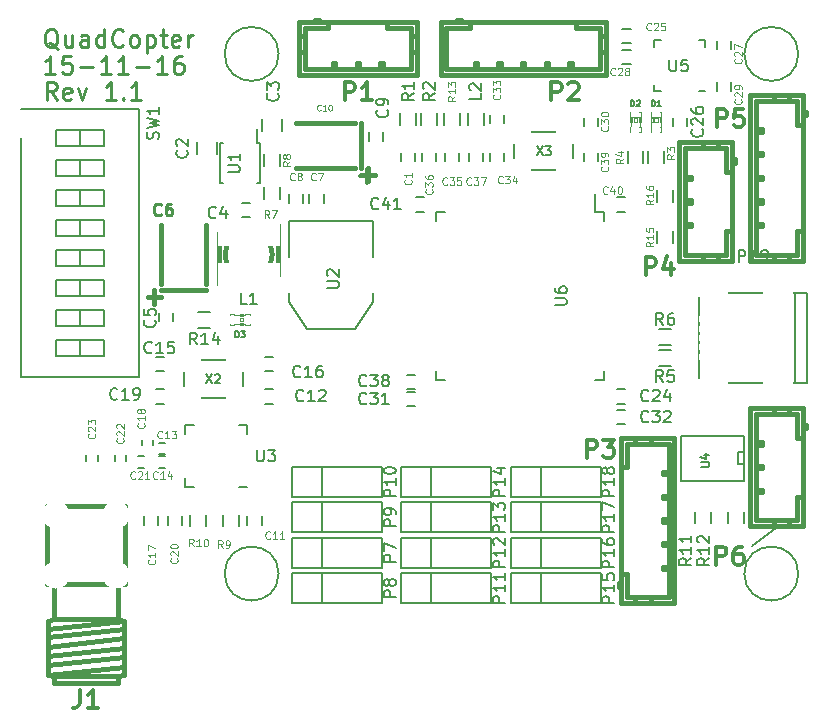
<source format=gto>
G04 #@! TF.FileFunction,Legend,Top*
%FSLAX46Y46*%
G04 Gerber Fmt 4.6, Leading zero omitted, Abs format (unit mm)*
G04 Created by KiCad (PCBNEW (2015-09-15 BZR 6201)-product) date tis 17 nov 2015 13:25:14*
%MOMM*%
G01*
G04 APERTURE LIST*
%ADD10C,0.100000*%
%ADD11C,0.200000*%
%ADD12C,0.250000*%
%ADD13C,0.150000*%
%ADD14C,0.381000*%
%ADD15C,0.066040*%
%ADD16C,0.101600*%
%ADD17C,0.203200*%
%ADD18C,0.127000*%
%ADD19C,0.200660*%
%ADD20C,0.304800*%
%ADD21C,0.125000*%
%ADD22C,0.198120*%
%ADD23C,0.152400*%
%ADD24C,0.190500*%
%ADD25O,0.850000X0.290000*%
%ADD26O,0.290000X0.850000*%
%ADD27R,1.675000X1.675000*%
%ADD28R,2.499360X1.950720*%
%ADD29R,1.950720X2.499360*%
%ADD30R,0.797560X0.797560*%
%ADD31C,2.300000*%
%ADD32R,5.295900X1.998980*%
%ADD33R,1.198880X1.699260*%
%ADD34O,1.198880X1.699260*%
%ADD35R,1.699260X1.198880*%
%ADD36O,1.699260X1.198880*%
%ADD37R,1.727200X2.032000*%
%ADD38O,1.727200X2.032000*%
%ADD39R,0.750000X0.800000*%
%ADD40R,1.250000X1.000000*%
%ADD41R,0.800000X0.750000*%
%ADD42R,0.600000X0.500000*%
%ADD43R,0.500000X0.600000*%
%ADD44R,0.900000X0.500000*%
%ADD45R,2.301240X0.500380*%
%ADD46R,2.499360X1.998980*%
%ADD47C,0.899160*%
%ADD48R,0.500000X0.900000*%
%ADD49R,1.824000X1.524000*%
%ADD50O,1.824000X1.524000*%
%ADD51R,0.450000X1.450000*%
%ADD52R,3.657600X2.032000*%
%ADD53R,1.016000X2.032000*%
%ADD54R,0.599440X1.399540*%
%ADD55R,0.280000X1.500000*%
%ADD56R,1.500000X0.280000*%
%ADD57R,1.800860X1.198880*%
%ADD58C,4.064000*%
G04 APERTURE END LIST*
D10*
D11*
X148336000Y-127635000D02*
X150389000Y-126142000D01*
D12*
X89500286Y-89863571D02*
X89000286Y-89149286D01*
X88643143Y-89863571D02*
X88643143Y-88363571D01*
X89214571Y-88363571D01*
X89357429Y-88435000D01*
X89428857Y-88506429D01*
X89500286Y-88649286D01*
X89500286Y-88863571D01*
X89428857Y-89006429D01*
X89357429Y-89077857D01*
X89214571Y-89149286D01*
X88643143Y-89149286D01*
X90714571Y-89792143D02*
X90571714Y-89863571D01*
X90286000Y-89863571D01*
X90143143Y-89792143D01*
X90071714Y-89649286D01*
X90071714Y-89077857D01*
X90143143Y-88935000D01*
X90286000Y-88863571D01*
X90571714Y-88863571D01*
X90714571Y-88935000D01*
X90786000Y-89077857D01*
X90786000Y-89220714D01*
X90071714Y-89363571D01*
X91286000Y-88863571D02*
X91643143Y-89863571D01*
X92000285Y-88863571D01*
X94500285Y-89863571D02*
X93643142Y-89863571D01*
X94071714Y-89863571D02*
X94071714Y-88363571D01*
X93928857Y-88577857D01*
X93785999Y-88720714D01*
X93643142Y-88792143D01*
X95143142Y-89720714D02*
X95214570Y-89792143D01*
X95143142Y-89863571D01*
X95071713Y-89792143D01*
X95143142Y-89720714D01*
X95143142Y-89863571D01*
X96643142Y-89863571D02*
X95785999Y-89863571D01*
X96214571Y-89863571D02*
X96214571Y-88363571D01*
X96071714Y-88577857D01*
X95928856Y-88720714D01*
X95785999Y-88792143D01*
X89392857Y-87678571D02*
X88535714Y-87678571D01*
X88964286Y-87678571D02*
X88964286Y-86178571D01*
X88821429Y-86392857D01*
X88678571Y-86535714D01*
X88535714Y-86607143D01*
X90750000Y-86178571D02*
X90035714Y-86178571D01*
X89964285Y-86892857D01*
X90035714Y-86821429D01*
X90178571Y-86750000D01*
X90535714Y-86750000D01*
X90678571Y-86821429D01*
X90750000Y-86892857D01*
X90821428Y-87035714D01*
X90821428Y-87392857D01*
X90750000Y-87535714D01*
X90678571Y-87607143D01*
X90535714Y-87678571D01*
X90178571Y-87678571D01*
X90035714Y-87607143D01*
X89964285Y-87535714D01*
X91464285Y-87107143D02*
X92607142Y-87107143D01*
X94107142Y-87678571D02*
X93249999Y-87678571D01*
X93678571Y-87678571D02*
X93678571Y-86178571D01*
X93535714Y-86392857D01*
X93392856Y-86535714D01*
X93249999Y-86607143D01*
X95535713Y-87678571D02*
X94678570Y-87678571D01*
X95107142Y-87678571D02*
X95107142Y-86178571D01*
X94964285Y-86392857D01*
X94821427Y-86535714D01*
X94678570Y-86607143D01*
X96178570Y-87107143D02*
X97321427Y-87107143D01*
X98821427Y-87678571D02*
X97964284Y-87678571D01*
X98392856Y-87678571D02*
X98392856Y-86178571D01*
X98249999Y-86392857D01*
X98107141Y-86535714D01*
X97964284Y-86607143D01*
X100107141Y-86178571D02*
X99821427Y-86178571D01*
X99678570Y-86250000D01*
X99607141Y-86321429D01*
X99464284Y-86535714D01*
X99392855Y-86821429D01*
X99392855Y-87392857D01*
X99464284Y-87535714D01*
X99535712Y-87607143D01*
X99678570Y-87678571D01*
X99964284Y-87678571D01*
X100107141Y-87607143D01*
X100178570Y-87535714D01*
X100249998Y-87392857D01*
X100249998Y-87035714D01*
X100178570Y-86892857D01*
X100107141Y-86821429D01*
X99964284Y-86750000D01*
X99678570Y-86750000D01*
X99535712Y-86821429D01*
X99464284Y-86892857D01*
X99392855Y-87035714D01*
X89607143Y-85571429D02*
X89464286Y-85500000D01*
X89321429Y-85357143D01*
X89107143Y-85142857D01*
X88964286Y-85071429D01*
X88821429Y-85071429D01*
X88892857Y-85428571D02*
X88750000Y-85357143D01*
X88607143Y-85214286D01*
X88535714Y-84928571D01*
X88535714Y-84428571D01*
X88607143Y-84142857D01*
X88750000Y-84000000D01*
X88892857Y-83928571D01*
X89178571Y-83928571D01*
X89321429Y-84000000D01*
X89464286Y-84142857D01*
X89535714Y-84428571D01*
X89535714Y-84928571D01*
X89464286Y-85214286D01*
X89321429Y-85357143D01*
X89178571Y-85428571D01*
X88892857Y-85428571D01*
X90821429Y-84428571D02*
X90821429Y-85428571D01*
X90178572Y-84428571D02*
X90178572Y-85214286D01*
X90250000Y-85357143D01*
X90392858Y-85428571D01*
X90607143Y-85428571D01*
X90750000Y-85357143D01*
X90821429Y-85285714D01*
X92178572Y-85428571D02*
X92178572Y-84642857D01*
X92107143Y-84500000D01*
X91964286Y-84428571D01*
X91678572Y-84428571D01*
X91535715Y-84500000D01*
X92178572Y-85357143D02*
X92035715Y-85428571D01*
X91678572Y-85428571D01*
X91535715Y-85357143D01*
X91464286Y-85214286D01*
X91464286Y-85071429D01*
X91535715Y-84928571D01*
X91678572Y-84857143D01*
X92035715Y-84857143D01*
X92178572Y-84785714D01*
X93535715Y-85428571D02*
X93535715Y-83928571D01*
X93535715Y-85357143D02*
X93392858Y-85428571D01*
X93107144Y-85428571D01*
X92964286Y-85357143D01*
X92892858Y-85285714D01*
X92821429Y-85142857D01*
X92821429Y-84714286D01*
X92892858Y-84571429D01*
X92964286Y-84500000D01*
X93107144Y-84428571D01*
X93392858Y-84428571D01*
X93535715Y-84500000D01*
X95107144Y-85285714D02*
X95035715Y-85357143D01*
X94821429Y-85428571D01*
X94678572Y-85428571D01*
X94464287Y-85357143D01*
X94321429Y-85214286D01*
X94250001Y-85071429D01*
X94178572Y-84785714D01*
X94178572Y-84571429D01*
X94250001Y-84285714D01*
X94321429Y-84142857D01*
X94464287Y-84000000D01*
X94678572Y-83928571D01*
X94821429Y-83928571D01*
X95035715Y-84000000D01*
X95107144Y-84071429D01*
X95964287Y-85428571D02*
X95821429Y-85357143D01*
X95750001Y-85285714D01*
X95678572Y-85142857D01*
X95678572Y-84714286D01*
X95750001Y-84571429D01*
X95821429Y-84500000D01*
X95964287Y-84428571D01*
X96178572Y-84428571D01*
X96321429Y-84500000D01*
X96392858Y-84571429D01*
X96464287Y-84714286D01*
X96464287Y-85142857D01*
X96392858Y-85285714D01*
X96321429Y-85357143D01*
X96178572Y-85428571D01*
X95964287Y-85428571D01*
X97107144Y-84428571D02*
X97107144Y-85928571D01*
X97107144Y-84500000D02*
X97250001Y-84428571D01*
X97535715Y-84428571D01*
X97678572Y-84500000D01*
X97750001Y-84571429D01*
X97821430Y-84714286D01*
X97821430Y-85142857D01*
X97750001Y-85285714D01*
X97678572Y-85357143D01*
X97535715Y-85428571D01*
X97250001Y-85428571D01*
X97107144Y-85357143D01*
X98250001Y-84428571D02*
X98821430Y-84428571D01*
X98464287Y-83928571D02*
X98464287Y-85214286D01*
X98535715Y-85357143D01*
X98678573Y-85428571D01*
X98821430Y-85428571D01*
X99892858Y-85357143D02*
X99750001Y-85428571D01*
X99464287Y-85428571D01*
X99321430Y-85357143D01*
X99250001Y-85214286D01*
X99250001Y-84642857D01*
X99321430Y-84500000D01*
X99464287Y-84428571D01*
X99750001Y-84428571D01*
X99892858Y-84500000D01*
X99964287Y-84642857D01*
X99964287Y-84785714D01*
X99250001Y-84928571D01*
X100607144Y-85428571D02*
X100607144Y-84428571D01*
X100607144Y-84714286D02*
X100678572Y-84571429D01*
X100750001Y-84500000D01*
X100892858Y-84428571D01*
X101035715Y-84428571D01*
D13*
X140100000Y-89150000D02*
X140100000Y-88625000D01*
X144400000Y-84850000D02*
X144400000Y-85375000D01*
X140100000Y-84850000D02*
X140100000Y-85375000D01*
X144400000Y-89150000D02*
X143875000Y-89150000D01*
X144400000Y-84850000D02*
X143875000Y-84850000D01*
X140100000Y-84850000D02*
X140625000Y-84850000D01*
X140100000Y-89150000D02*
X140625000Y-89150000D01*
X100393000Y-122671000D02*
X100393000Y-121921000D01*
X105643000Y-117421000D02*
X105643000Y-118171000D01*
X100393000Y-117421000D02*
X100393000Y-118171000D01*
X105643000Y-122671000D02*
X104893000Y-122671000D01*
X105643000Y-117421000D02*
X104893000Y-117421000D01*
X100393000Y-117421000D02*
X101143000Y-117421000D01*
X100393000Y-122671000D02*
X101143000Y-122671000D01*
D14*
X98350080Y-105999740D02*
X102149920Y-105999740D01*
X98350080Y-100500640D02*
X98350080Y-105499360D01*
X102149920Y-100503180D02*
X102149920Y-105501900D01*
X97247720Y-106601720D02*
X98347540Y-106601720D01*
X97748100Y-107201160D02*
X97748100Y-106002280D01*
X115249740Y-95649920D02*
X115249740Y-91850080D01*
X109750640Y-95649920D02*
X114749360Y-95649920D01*
X109753180Y-91850080D02*
X114751900Y-91850080D01*
X115851720Y-96752280D02*
X115851720Y-95652460D01*
X116451160Y-96251900D02*
X115252280Y-96251900D01*
D15*
X139800420Y-91300420D02*
X140699580Y-91300420D01*
X140699580Y-91300420D02*
X140699580Y-90901640D01*
X139800420Y-90901640D02*
X140699580Y-90901640D01*
X139800420Y-91300420D02*
X139800420Y-90901640D01*
X139800420Y-92598360D02*
X140699580Y-92598360D01*
X140699580Y-92598360D02*
X140699580Y-92199580D01*
X139800420Y-92199580D02*
X140699580Y-92199580D01*
X139800420Y-92598360D02*
X139800420Y-92199580D01*
X139800420Y-91750000D02*
X139950280Y-91750000D01*
X139950280Y-91750000D02*
X139950280Y-91450280D01*
X139800420Y-91450280D02*
X139950280Y-91450280D01*
X139800420Y-91750000D02*
X139800420Y-91450280D01*
X140549720Y-91750000D02*
X140699580Y-91750000D01*
X140699580Y-91750000D02*
X140699580Y-91450280D01*
X140549720Y-91450280D02*
X140699580Y-91450280D01*
X140549720Y-91750000D02*
X140549720Y-91450280D01*
X140100140Y-91750000D02*
X140399860Y-91750000D01*
X140399860Y-91750000D02*
X140399860Y-91450280D01*
X140100140Y-91450280D02*
X140399860Y-91450280D01*
X140100140Y-91750000D02*
X140100140Y-91450280D01*
D16*
X139851220Y-91300420D02*
X139851220Y-92199580D01*
X140648780Y-91300420D02*
X140648780Y-92199580D01*
D15*
X138050420Y-91300420D02*
X138949580Y-91300420D01*
X138949580Y-91300420D02*
X138949580Y-90901640D01*
X138050420Y-90901640D02*
X138949580Y-90901640D01*
X138050420Y-91300420D02*
X138050420Y-90901640D01*
X138050420Y-92598360D02*
X138949580Y-92598360D01*
X138949580Y-92598360D02*
X138949580Y-92199580D01*
X138050420Y-92199580D02*
X138949580Y-92199580D01*
X138050420Y-92598360D02*
X138050420Y-92199580D01*
X138050420Y-91750000D02*
X138200280Y-91750000D01*
X138200280Y-91750000D02*
X138200280Y-91450280D01*
X138050420Y-91450280D02*
X138200280Y-91450280D01*
X138050420Y-91750000D02*
X138050420Y-91450280D01*
X138799720Y-91750000D02*
X138949580Y-91750000D01*
X138949580Y-91750000D02*
X138949580Y-91450280D01*
X138799720Y-91450280D02*
X138949580Y-91450280D01*
X138799720Y-91750000D02*
X138799720Y-91450280D01*
X138350140Y-91750000D02*
X138649860Y-91750000D01*
X138649860Y-91750000D02*
X138649860Y-91450280D01*
X138350140Y-91450280D02*
X138649860Y-91450280D01*
X138350140Y-91750000D02*
X138350140Y-91450280D01*
D16*
X138101220Y-91300420D02*
X138101220Y-92199580D01*
X138898780Y-91300420D02*
X138898780Y-92199580D01*
D14*
X94677000Y-139281000D02*
X94677000Y-138681000D01*
X89277000Y-139281000D02*
X89277000Y-138681000D01*
X89277000Y-133881000D02*
X89277000Y-130881000D01*
X94677000Y-130881000D02*
X94677000Y-133881000D01*
X88777000Y-138581000D02*
X89277000Y-138681000D01*
X89277000Y-138681000D02*
X94677000Y-138681000D01*
X94677000Y-138681000D02*
X95177000Y-138581000D01*
X89277000Y-133881000D02*
X94677000Y-133881000D01*
X94677000Y-133881000D02*
X95177000Y-133981000D01*
X88777000Y-133981000D02*
X89277000Y-133881000D01*
X88777000Y-134681000D02*
X95177000Y-133981000D01*
X88777000Y-136181000D02*
X95177000Y-135481000D01*
X88777000Y-135381000D02*
X95177000Y-134681000D01*
X88777000Y-136981000D02*
X95177000Y-136281000D01*
X88777000Y-137781000D02*
X95177000Y-137081000D01*
X88777000Y-133981000D02*
X88777000Y-138581000D01*
X88777000Y-138581000D02*
X95177000Y-137881000D01*
X95177000Y-133981000D02*
X95177000Y-138581000D01*
X89277000Y-139281000D02*
X94677000Y-139281000D01*
X88677000Y-130881000D02*
X88677000Y-124281000D01*
X88677000Y-124281000D02*
X95277000Y-124279200D01*
X95277000Y-124281000D02*
X95277000Y-130881000D01*
X95277000Y-130881000D02*
X88677000Y-130881000D01*
X105998920Y-104249680D02*
G75*
G03X105998920Y-104249680I-248920J0D01*
G01*
X107500060Y-105499360D02*
X103250640Y-105499360D01*
X103250640Y-105499360D02*
X103250640Y-101249940D01*
X103999940Y-100500640D02*
X108249360Y-100500640D01*
X108249360Y-100500640D02*
X108249360Y-104750060D01*
X103250640Y-101249940D02*
G75*
G03X103999940Y-100500640I0J749300D01*
G01*
X108249360Y-104750060D02*
G75*
G03X107500060Y-105499360I0J-749300D01*
G01*
X107748980Y-103000000D02*
G75*
G03X107748980Y-103000000I-1998980J0D01*
G01*
X115099060Y-86800860D02*
X115099060Y-87301240D01*
X114900940Y-86800860D02*
X115099060Y-86800860D01*
X114900940Y-87301240D02*
X114900940Y-86800860D01*
X109998740Y-87799080D02*
X120001260Y-87799080D01*
X119500880Y-87301240D02*
X110499120Y-87301240D01*
X109998740Y-83300740D02*
X120001260Y-83300740D01*
X113097540Y-86800860D02*
X113097540Y-87301240D01*
X112899420Y-86800860D02*
X113097540Y-86800860D01*
X112899420Y-87301240D02*
X112899420Y-86800860D01*
X116899920Y-87301240D02*
X116899920Y-86800860D01*
X116899920Y-86800860D02*
X117098040Y-86800860D01*
X117098040Y-86800860D02*
X117098040Y-87301240D01*
X120001260Y-84499620D02*
X119500880Y-84499620D01*
X119500880Y-85800100D02*
X120001260Y-85800100D01*
X110499120Y-85800100D02*
X109998740Y-85800100D01*
X110499120Y-84499620D02*
X109998740Y-84499620D01*
X112498100Y-83300740D02*
X112498100Y-83801120D01*
X112498100Y-83801120D02*
X110499120Y-83801120D01*
X110499120Y-83801120D02*
X110499120Y-87301240D01*
X119500880Y-87301240D02*
X119500880Y-83801120D01*
X119500880Y-83801120D02*
X117501900Y-83801120D01*
X117501900Y-83801120D02*
X117501900Y-83300740D01*
X109998740Y-83300740D02*
X109998740Y-87799080D01*
X120001260Y-83300740D02*
X120001260Y-87799080D01*
X111698000Y-83300740D02*
X111698000Y-83100080D01*
X111698000Y-83100080D02*
X111398280Y-83100080D01*
X111398280Y-83100080D02*
X111398280Y-83300740D01*
X136000240Y-83300740D02*
X121999760Y-83300740D01*
X121999760Y-87799080D02*
X136000240Y-87799080D01*
X135499860Y-87301240D02*
X122500140Y-87301240D01*
X130897380Y-87301240D02*
X130897380Y-86800860D01*
X130897380Y-86800860D02*
X131095500Y-86800860D01*
X131095500Y-86800860D02*
X131095500Y-87301240D01*
X133097020Y-86800860D02*
X133097020Y-87301240D01*
X132898900Y-86800860D02*
X133097020Y-86800860D01*
X132898900Y-87301240D02*
X132898900Y-86800860D01*
X127097540Y-86800860D02*
X127097540Y-87301240D01*
X126899420Y-86800860D02*
X127097540Y-86800860D01*
X126899420Y-87301240D02*
X126899420Y-86800860D01*
X125096020Y-86800860D02*
X125096020Y-87301240D01*
X124897900Y-86800860D02*
X125096020Y-86800860D01*
X124897900Y-87301240D02*
X124897900Y-86800860D01*
X128898400Y-87301240D02*
X128898400Y-86800860D01*
X128898400Y-86800860D02*
X129096520Y-86800860D01*
X129096520Y-86800860D02*
X129096520Y-87301240D01*
X136000240Y-84499620D02*
X135499860Y-84499620D01*
X135499860Y-85800100D02*
X136000240Y-85800100D01*
X122497600Y-85800100D02*
X121997220Y-85800100D01*
X122497600Y-84499620D02*
X121997220Y-84499620D01*
X124496580Y-83300740D02*
X124496580Y-83801120D01*
X124496580Y-83801120D02*
X122497600Y-83801120D01*
X122497600Y-83801120D02*
X122497600Y-87301240D01*
X135499860Y-87301240D02*
X135499860Y-83801120D01*
X135499860Y-83801120D02*
X133500880Y-83801120D01*
X133500880Y-83801120D02*
X133500880Y-83300740D01*
X121997220Y-83300740D02*
X121997220Y-87799080D01*
X136000240Y-83300740D02*
X136000240Y-87799080D01*
X123696480Y-83300740D02*
X123696480Y-83100080D01*
X123696480Y-83100080D02*
X123396760Y-83100080D01*
X123396760Y-83100080D02*
X123396760Y-83300740D01*
X137300740Y-118497980D02*
X137300740Y-132498460D01*
X141799080Y-132498460D02*
X141799080Y-118497980D01*
X141301240Y-118998360D02*
X141301240Y-131998080D01*
X141301240Y-123600840D02*
X140800860Y-123600840D01*
X140800860Y-123600840D02*
X140800860Y-123402720D01*
X140800860Y-123402720D02*
X141301240Y-123402720D01*
X140800860Y-121401200D02*
X141301240Y-121401200D01*
X140800860Y-121599320D02*
X140800860Y-121401200D01*
X141301240Y-121599320D02*
X140800860Y-121599320D01*
X140800860Y-127400680D02*
X141301240Y-127400680D01*
X140800860Y-127598800D02*
X140800860Y-127400680D01*
X141301240Y-127598800D02*
X140800860Y-127598800D01*
X140800860Y-129402200D02*
X141301240Y-129402200D01*
X140800860Y-129600320D02*
X140800860Y-129402200D01*
X141301240Y-129600320D02*
X140800860Y-129600320D01*
X141301240Y-125599820D02*
X140800860Y-125599820D01*
X140800860Y-125599820D02*
X140800860Y-125401700D01*
X140800860Y-125401700D02*
X141301240Y-125401700D01*
X138499620Y-118497980D02*
X138499620Y-118998360D01*
X139800100Y-118998360D02*
X139800100Y-118497980D01*
X139800100Y-132000620D02*
X139800100Y-132501000D01*
X138499620Y-132000620D02*
X138499620Y-132501000D01*
X137300740Y-130001640D02*
X137801120Y-130001640D01*
X137801120Y-130001640D02*
X137801120Y-132000620D01*
X137801120Y-132000620D02*
X141301240Y-132000620D01*
X141301240Y-118998360D02*
X137801120Y-118998360D01*
X137801120Y-118998360D02*
X137801120Y-120997340D01*
X137801120Y-120997340D02*
X137300740Y-120997340D01*
X137300740Y-132501000D02*
X141799080Y-132501000D01*
X137300740Y-118497980D02*
X141799080Y-118497980D01*
X137300740Y-130801740D02*
X137100080Y-130801740D01*
X137100080Y-130801740D02*
X137100080Y-131101460D01*
X137100080Y-131101460D02*
X137300740Y-131101460D01*
X143199140Y-98599060D02*
X142698760Y-98599060D01*
X143199140Y-98400940D02*
X143199140Y-98599060D01*
X142698760Y-98400940D02*
X143199140Y-98400940D01*
X142200920Y-93498740D02*
X142200920Y-103501260D01*
X142698760Y-103000880D02*
X142698760Y-93999120D01*
X146699260Y-93498740D02*
X146699260Y-103501260D01*
X143199140Y-96597540D02*
X142698760Y-96597540D01*
X143199140Y-96399420D02*
X143199140Y-96597540D01*
X142698760Y-96399420D02*
X143199140Y-96399420D01*
X142698760Y-100399920D02*
X143199140Y-100399920D01*
X143199140Y-100399920D02*
X143199140Y-100598040D01*
X143199140Y-100598040D02*
X142698760Y-100598040D01*
X145500380Y-103501260D02*
X145500380Y-103000880D01*
X144199900Y-103000880D02*
X144199900Y-103501260D01*
X144199900Y-93999120D02*
X144199900Y-93498740D01*
X145500380Y-93999120D02*
X145500380Y-93498740D01*
X146699260Y-95998100D02*
X146198880Y-95998100D01*
X146198880Y-95998100D02*
X146198880Y-93999120D01*
X146198880Y-93999120D02*
X142698760Y-93999120D01*
X142698760Y-103000880D02*
X146198880Y-103000880D01*
X146198880Y-103000880D02*
X146198880Y-101001900D01*
X146198880Y-101001900D02*
X146699260Y-101001900D01*
X146699260Y-93498740D02*
X142200920Y-93498740D01*
X146699260Y-103501260D02*
X142200920Y-103501260D01*
X146699260Y-95198000D02*
X146899920Y-95198000D01*
X146899920Y-95198000D02*
X146899920Y-94898280D01*
X146899920Y-94898280D02*
X146699260Y-94898280D01*
X152699260Y-103500240D02*
X152699260Y-89499760D01*
X148200920Y-89499760D02*
X148200920Y-103500240D01*
X148698760Y-102999860D02*
X148698760Y-90000140D01*
X148698760Y-98397380D02*
X149199140Y-98397380D01*
X149199140Y-98397380D02*
X149199140Y-98595500D01*
X149199140Y-98595500D02*
X148698760Y-98595500D01*
X149199140Y-100597020D02*
X148698760Y-100597020D01*
X149199140Y-100398900D02*
X149199140Y-100597020D01*
X148698760Y-100398900D02*
X149199140Y-100398900D01*
X149199140Y-94597540D02*
X148698760Y-94597540D01*
X149199140Y-94399420D02*
X149199140Y-94597540D01*
X148698760Y-94399420D02*
X149199140Y-94399420D01*
X149199140Y-92596020D02*
X148698760Y-92596020D01*
X149199140Y-92397900D02*
X149199140Y-92596020D01*
X148698760Y-92397900D02*
X149199140Y-92397900D01*
X148698760Y-96398400D02*
X149199140Y-96398400D01*
X149199140Y-96398400D02*
X149199140Y-96596520D01*
X149199140Y-96596520D02*
X148698760Y-96596520D01*
X151500380Y-103500240D02*
X151500380Y-102999860D01*
X150199900Y-102999860D02*
X150199900Y-103500240D01*
X150199900Y-89997600D02*
X150199900Y-89497220D01*
X151500380Y-89997600D02*
X151500380Y-89497220D01*
X152699260Y-91996580D02*
X152198880Y-91996580D01*
X152198880Y-91996580D02*
X152198880Y-89997600D01*
X152198880Y-89997600D02*
X148698760Y-89997600D01*
X148698760Y-102999860D02*
X152198880Y-102999860D01*
X152198880Y-102999860D02*
X152198880Y-101000880D01*
X152198880Y-101000880D02*
X152699260Y-101000880D01*
X152699260Y-89497220D02*
X148200920Y-89497220D01*
X152699260Y-103500240D02*
X148200920Y-103500240D01*
X152699260Y-91196480D02*
X152899920Y-91196480D01*
X152899920Y-91196480D02*
X152899920Y-90896760D01*
X152899920Y-90896760D02*
X152699260Y-90896760D01*
X149199140Y-121099060D02*
X148698760Y-121099060D01*
X149199140Y-120900940D02*
X149199140Y-121099060D01*
X148698760Y-120900940D02*
X149199140Y-120900940D01*
X148200920Y-115998740D02*
X148200920Y-126001260D01*
X148698760Y-125500880D02*
X148698760Y-116499120D01*
X152699260Y-115998740D02*
X152699260Y-126001260D01*
X149199140Y-119097540D02*
X148698760Y-119097540D01*
X149199140Y-118899420D02*
X149199140Y-119097540D01*
X148698760Y-118899420D02*
X149199140Y-118899420D01*
X148698760Y-122899920D02*
X149199140Y-122899920D01*
X149199140Y-122899920D02*
X149199140Y-123098040D01*
X149199140Y-123098040D02*
X148698760Y-123098040D01*
X151500380Y-126001260D02*
X151500380Y-125500880D01*
X150199900Y-125500880D02*
X150199900Y-126001260D01*
X150199900Y-116499120D02*
X150199900Y-115998740D01*
X151500380Y-116499120D02*
X151500380Y-115998740D01*
X152699260Y-118498100D02*
X152198880Y-118498100D01*
X152198880Y-118498100D02*
X152198880Y-116499120D01*
X152198880Y-116499120D02*
X148698760Y-116499120D01*
X148698760Y-125500880D02*
X152198880Y-125500880D01*
X152198880Y-125500880D02*
X152198880Y-123501900D01*
X152198880Y-123501900D02*
X152699260Y-123501900D01*
X152699260Y-115998740D02*
X148200920Y-115998740D01*
X152699260Y-126001260D02*
X148200920Y-126001260D01*
X152699260Y-117698000D02*
X152899920Y-117698000D01*
X152899920Y-117698000D02*
X152899920Y-117398280D01*
X152899920Y-117398280D02*
X152699260Y-117398280D01*
D13*
X111980000Y-129520000D02*
X117060000Y-129520000D01*
X117060000Y-129520000D02*
X117060000Y-126980000D01*
X117060000Y-126980000D02*
X111980000Y-126980000D01*
X109440000Y-126980000D02*
X111980000Y-126980000D01*
X111980000Y-126980000D02*
X111980000Y-129520000D01*
X109440000Y-126980000D02*
X109440000Y-129520000D01*
X109440000Y-129520000D02*
X111980000Y-129520000D01*
X111980000Y-132520000D02*
X117060000Y-132520000D01*
X117060000Y-132520000D02*
X117060000Y-129980000D01*
X117060000Y-129980000D02*
X111980000Y-129980000D01*
X109440000Y-129980000D02*
X111980000Y-129980000D01*
X111980000Y-129980000D02*
X111980000Y-132520000D01*
X109440000Y-129980000D02*
X109440000Y-132520000D01*
X109440000Y-132520000D02*
X111980000Y-132520000D01*
X111980000Y-126520000D02*
X117060000Y-126520000D01*
X117060000Y-126520000D02*
X117060000Y-123980000D01*
X117060000Y-123980000D02*
X111980000Y-123980000D01*
X109440000Y-123980000D02*
X111980000Y-123980000D01*
X111980000Y-123980000D02*
X111980000Y-126520000D01*
X109440000Y-123980000D02*
X109440000Y-126520000D01*
X109440000Y-126520000D02*
X111980000Y-126520000D01*
X111980000Y-123520000D02*
X117060000Y-123520000D01*
X117060000Y-123520000D02*
X117060000Y-120980000D01*
X117060000Y-120980000D02*
X111980000Y-120980000D01*
X109440000Y-120980000D02*
X111980000Y-120980000D01*
X111980000Y-120980000D02*
X111980000Y-123520000D01*
X109440000Y-120980000D02*
X109440000Y-123520000D01*
X109440000Y-123520000D02*
X111980000Y-123520000D01*
X121230000Y-132520000D02*
X126310000Y-132520000D01*
X126310000Y-132520000D02*
X126310000Y-129980000D01*
X126310000Y-129980000D02*
X121230000Y-129980000D01*
X118690000Y-129980000D02*
X121230000Y-129980000D01*
X121230000Y-129980000D02*
X121230000Y-132520000D01*
X118690000Y-129980000D02*
X118690000Y-132520000D01*
X118690000Y-132520000D02*
X121230000Y-132520000D01*
X121230000Y-129520000D02*
X126310000Y-129520000D01*
X126310000Y-129520000D02*
X126310000Y-126980000D01*
X126310000Y-126980000D02*
X121230000Y-126980000D01*
X118690000Y-126980000D02*
X121230000Y-126980000D01*
X121230000Y-126980000D02*
X121230000Y-129520000D01*
X118690000Y-126980000D02*
X118690000Y-129520000D01*
X118690000Y-129520000D02*
X121230000Y-129520000D01*
X121230000Y-126520000D02*
X126310000Y-126520000D01*
X126310000Y-126520000D02*
X126310000Y-123980000D01*
X126310000Y-123980000D02*
X121230000Y-123980000D01*
X118690000Y-123980000D02*
X121230000Y-123980000D01*
X121230000Y-123980000D02*
X121230000Y-126520000D01*
X118690000Y-123980000D02*
X118690000Y-126520000D01*
X118690000Y-126520000D02*
X121230000Y-126520000D01*
X121230000Y-123520000D02*
X126310000Y-123520000D01*
X126310000Y-123520000D02*
X126310000Y-120980000D01*
X126310000Y-120980000D02*
X121230000Y-120980000D01*
X118690000Y-120980000D02*
X121230000Y-120980000D01*
X121230000Y-120980000D02*
X121230000Y-123520000D01*
X118690000Y-120980000D02*
X118690000Y-123520000D01*
X118690000Y-123520000D02*
X121230000Y-123520000D01*
X130480000Y-132520000D02*
X135560000Y-132520000D01*
X135560000Y-132520000D02*
X135560000Y-129980000D01*
X135560000Y-129980000D02*
X130480000Y-129980000D01*
X127940000Y-129980000D02*
X130480000Y-129980000D01*
X130480000Y-129980000D02*
X130480000Y-132520000D01*
X127940000Y-129980000D02*
X127940000Y-132520000D01*
X127940000Y-132520000D02*
X130480000Y-132520000D01*
X130480000Y-129520000D02*
X135560000Y-129520000D01*
X135560000Y-129520000D02*
X135560000Y-126980000D01*
X135560000Y-126980000D02*
X130480000Y-126980000D01*
X127940000Y-126980000D02*
X130480000Y-126980000D01*
X130480000Y-126980000D02*
X130480000Y-129520000D01*
X127940000Y-126980000D02*
X127940000Y-129520000D01*
X127940000Y-129520000D02*
X130480000Y-129520000D01*
X130480000Y-126520000D02*
X135560000Y-126520000D01*
X135560000Y-126520000D02*
X135560000Y-123980000D01*
X135560000Y-123980000D02*
X130480000Y-123980000D01*
X127940000Y-123980000D02*
X130480000Y-123980000D01*
X130480000Y-123980000D02*
X130480000Y-126520000D01*
X127940000Y-123980000D02*
X127940000Y-126520000D01*
X127940000Y-126520000D02*
X130480000Y-126520000D01*
X130480000Y-123520000D02*
X135560000Y-123520000D01*
X135560000Y-123520000D02*
X135560000Y-120980000D01*
X135560000Y-120980000D02*
X130480000Y-120980000D01*
X127940000Y-120980000D02*
X130480000Y-120980000D01*
X130480000Y-120980000D02*
X130480000Y-123520000D01*
X127940000Y-120980000D02*
X127940000Y-123520000D01*
X127940000Y-123520000D02*
X130480000Y-123520000D01*
D15*
X105449580Y-108050420D02*
X105449580Y-108949580D01*
X105449580Y-108949580D02*
X105848360Y-108949580D01*
X105848360Y-108050420D02*
X105848360Y-108949580D01*
X105449580Y-108050420D02*
X105848360Y-108050420D01*
X104151640Y-108050420D02*
X104151640Y-108949580D01*
X104151640Y-108949580D02*
X104550420Y-108949580D01*
X104550420Y-108050420D02*
X104550420Y-108949580D01*
X104151640Y-108050420D02*
X104550420Y-108050420D01*
X105000000Y-108050420D02*
X105000000Y-108200280D01*
X105000000Y-108200280D02*
X105299720Y-108200280D01*
X105299720Y-108050420D02*
X105299720Y-108200280D01*
X105000000Y-108050420D02*
X105299720Y-108050420D01*
X105000000Y-108799720D02*
X105000000Y-108949580D01*
X105000000Y-108949580D02*
X105299720Y-108949580D01*
X105299720Y-108799720D02*
X105299720Y-108949580D01*
X105000000Y-108799720D02*
X105299720Y-108799720D01*
X105000000Y-108350140D02*
X105000000Y-108649860D01*
X105000000Y-108649860D02*
X105299720Y-108649860D01*
X105299720Y-108350140D02*
X105299720Y-108649860D01*
X105000000Y-108350140D02*
X105299720Y-108350140D01*
D16*
X105449580Y-108101220D02*
X104550420Y-108101220D01*
X105449580Y-108898780D02*
X104550420Y-108898780D01*
D13*
X118650000Y-95100000D02*
X118650000Y-94400000D01*
X119850000Y-94400000D02*
X119850000Y-95100000D01*
X101400000Y-93500000D02*
X101400000Y-94500000D01*
X103100000Y-94500000D02*
X103100000Y-93500000D01*
X108600000Y-92500000D02*
X108600000Y-91500000D01*
X106900000Y-91500000D02*
X106900000Y-92500000D01*
X105150000Y-98650000D02*
X105850000Y-98650000D01*
X105850000Y-99850000D02*
X105150000Y-99850000D01*
X98150000Y-108600000D02*
X98150000Y-107900000D01*
X99350000Y-107900000D02*
X99350000Y-108600000D01*
X112100000Y-97900000D02*
X112100000Y-98600000D01*
X110900000Y-98600000D02*
X110900000Y-97900000D01*
X110350000Y-97900000D02*
X110350000Y-98600000D01*
X109150000Y-98600000D02*
X109150000Y-97900000D01*
X117100000Y-92650000D02*
X117100000Y-93350000D01*
X115900000Y-93350000D02*
X115900000Y-92650000D01*
X105650000Y-125850000D02*
X105650000Y-125150000D01*
X106850000Y-125150000D02*
X106850000Y-125850000D01*
X107850000Y-115600000D02*
X107150000Y-115600000D01*
X107150000Y-114400000D02*
X107850000Y-114400000D01*
X98196000Y-119886000D02*
X98696000Y-119886000D01*
X98696000Y-118936000D02*
X98196000Y-118936000D01*
X98196000Y-121029000D02*
X98696000Y-121029000D01*
X98696000Y-120079000D02*
X98196000Y-120079000D01*
X97900000Y-114400000D02*
X98600000Y-114400000D01*
X98600000Y-115600000D02*
X97900000Y-115600000D01*
X107150000Y-111650000D02*
X107850000Y-111650000D01*
X107850000Y-112850000D02*
X107150000Y-112850000D01*
X96900000Y-125850000D02*
X96900000Y-125150000D01*
X98100000Y-125150000D02*
X98100000Y-125850000D01*
X97651000Y-119153000D02*
X97651000Y-118653000D01*
X96701000Y-118653000D02*
X96701000Y-119153000D01*
X98600000Y-112850000D02*
X97900000Y-112850000D01*
X97900000Y-111650000D02*
X98600000Y-111650000D01*
X98900000Y-125850000D02*
X98900000Y-125150000D01*
X100100000Y-125150000D02*
X100100000Y-125850000D01*
X96918000Y-120079000D02*
X96418000Y-120079000D01*
X96418000Y-121029000D02*
X96918000Y-121029000D01*
X95373000Y-120474000D02*
X95373000Y-119974000D01*
X94423000Y-119974000D02*
X94423000Y-120474000D01*
X92960000Y-120474000D02*
X92960000Y-119974000D01*
X92010000Y-119974000D02*
X92010000Y-120474000D01*
X136900000Y-114400000D02*
X137600000Y-114400000D01*
X137600000Y-115600000D02*
X136900000Y-115600000D01*
X138100000Y-85100000D02*
X137400000Y-85100000D01*
X137400000Y-83900000D02*
X138100000Y-83900000D01*
X142850000Y-91400000D02*
X142850000Y-92100000D01*
X141650000Y-92100000D02*
X141650000Y-91400000D01*
X146600000Y-84900000D02*
X146600000Y-85600000D01*
X145400000Y-85600000D02*
X145400000Y-84900000D01*
X138100000Y-86850000D02*
X137400000Y-86850000D01*
X137400000Y-85650000D02*
X138100000Y-85650000D01*
X146600000Y-88400000D02*
X146600000Y-89100000D01*
X145400000Y-89100000D02*
X145400000Y-88400000D01*
X134150000Y-92100000D02*
X134150000Y-91400000D01*
X135350000Y-91400000D02*
X135350000Y-92100000D01*
X119850000Y-115850000D02*
X119150000Y-115850000D01*
X119150000Y-114650000D02*
X119850000Y-114650000D01*
X136900000Y-116150000D02*
X137600000Y-116150000D01*
X137600000Y-117350000D02*
X136900000Y-117350000D01*
X127350000Y-91150000D02*
X127350000Y-91850000D01*
X126150000Y-91850000D02*
X126150000Y-91150000D01*
X126150000Y-95100000D02*
X126150000Y-94400000D01*
X127350000Y-94400000D02*
X127350000Y-95100000D01*
X123600000Y-94400000D02*
X123600000Y-95100000D01*
X122400000Y-95100000D02*
X122400000Y-94400000D01*
X120400000Y-95100000D02*
X120400000Y-94400000D01*
X121600000Y-94400000D02*
X121600000Y-95100000D01*
X125600000Y-94400000D02*
X125600000Y-95100000D01*
X124400000Y-95100000D02*
X124400000Y-94400000D01*
X119150000Y-113150000D02*
X119850000Y-113150000D01*
X119850000Y-114350000D02*
X119150000Y-114350000D01*
X135350000Y-94400000D02*
X135350000Y-95100000D01*
X134150000Y-95100000D02*
X134150000Y-94400000D01*
X137600000Y-99350000D02*
X136900000Y-99350000D01*
X136900000Y-98150000D02*
X137600000Y-98150000D01*
X119900000Y-98150000D02*
X120600000Y-98150000D01*
X120600000Y-99350000D02*
X119900000Y-99350000D01*
X124325000Y-92000000D02*
X124325000Y-91000000D01*
X125675000Y-91000000D02*
X125675000Y-92000000D01*
X152045080Y-113904280D02*
X152045080Y-106203000D01*
X153045840Y-113904280D02*
X153045840Y-106203000D01*
X153045840Y-106203000D02*
X143845960Y-106203000D01*
X143845960Y-106203000D02*
X143845960Y-113904280D01*
X143845960Y-113904280D02*
X153045840Y-113904280D01*
X118575000Y-92000000D02*
X118575000Y-91000000D01*
X119925000Y-91000000D02*
X119925000Y-92000000D01*
X121675000Y-91000000D02*
X121675000Y-92000000D01*
X120325000Y-92000000D02*
X120325000Y-91000000D01*
X139575000Y-95250000D02*
X139575000Y-94250000D01*
X140925000Y-94250000D02*
X140925000Y-95250000D01*
X137825000Y-95250000D02*
X137825000Y-94250000D01*
X139175000Y-94250000D02*
X139175000Y-95250000D01*
X140500000Y-111075000D02*
X141500000Y-111075000D01*
X141500000Y-112425000D02*
X140500000Y-112425000D01*
X140500000Y-109325000D02*
X141500000Y-109325000D01*
X141500000Y-110675000D02*
X140500000Y-110675000D01*
X107075000Y-98250000D02*
X107075000Y-97250000D01*
X108425000Y-97250000D02*
X108425000Y-98250000D01*
X107075000Y-95500000D02*
X107075000Y-94500000D01*
X108425000Y-94500000D02*
X108425000Y-95500000D01*
X104925000Y-125000000D02*
X104925000Y-126000000D01*
X103575000Y-126000000D02*
X103575000Y-125000000D01*
X100825000Y-126000000D02*
X100825000Y-125000000D01*
X102175000Y-125000000D02*
X102175000Y-126000000D01*
X144925000Y-124750000D02*
X144925000Y-125750000D01*
X143575000Y-125750000D02*
X143575000Y-124750000D01*
X146325000Y-125750000D02*
X146325000Y-124750000D01*
X147675000Y-124750000D02*
X147675000Y-125750000D01*
X123675000Y-91000000D02*
X123675000Y-92000000D01*
X122325000Y-92000000D02*
X122325000Y-91000000D01*
X101500000Y-107825000D02*
X102500000Y-107825000D01*
X102500000Y-109175000D02*
X101500000Y-109175000D01*
X140325000Y-102000000D02*
X140325000Y-101000000D01*
X141675000Y-101000000D02*
X141675000Y-102000000D01*
X141675000Y-97500000D02*
X141675000Y-98500000D01*
X140325000Y-98500000D02*
X140325000Y-97500000D01*
X93491000Y-92482000D02*
X89431000Y-92482000D01*
X91461000Y-92482000D02*
X91461000Y-93762000D01*
X89431000Y-92482000D02*
X89431000Y-93762000D01*
X89431000Y-93762000D02*
X93491000Y-93762000D01*
X93491000Y-93762000D02*
X93491000Y-92482000D01*
X93491000Y-95022000D02*
X89431000Y-95022000D01*
X91461000Y-95022000D02*
X91461000Y-96302000D01*
X89431000Y-95022000D02*
X89431000Y-96302000D01*
X89431000Y-96302000D02*
X93491000Y-96302000D01*
X93491000Y-96302000D02*
X93491000Y-95022000D01*
X93491000Y-97562000D02*
X89431000Y-97562000D01*
X91461000Y-97562000D02*
X91461000Y-98842000D01*
X89431000Y-97562000D02*
X89431000Y-98842000D01*
X89431000Y-98842000D02*
X93491000Y-98842000D01*
X93491000Y-98842000D02*
X93491000Y-97562000D01*
X93491000Y-100102000D02*
X89431000Y-100102000D01*
X91461000Y-100102000D02*
X91461000Y-101382000D01*
X89431000Y-100102000D02*
X89431000Y-101382000D01*
X89431000Y-101382000D02*
X93491000Y-101382000D01*
X93491000Y-101382000D02*
X93491000Y-100102000D01*
X93491000Y-102642000D02*
X89431000Y-102642000D01*
X91461000Y-102642000D02*
X91461000Y-103922000D01*
X89431000Y-102642000D02*
X89431000Y-103922000D01*
X89431000Y-103922000D02*
X93491000Y-103922000D01*
X93491000Y-103922000D02*
X93491000Y-102642000D01*
X93491000Y-105182000D02*
X89431000Y-105182000D01*
X91461000Y-105182000D02*
X91461000Y-106462000D01*
X89431000Y-105182000D02*
X89431000Y-106462000D01*
X89431000Y-106462000D02*
X93491000Y-106462000D01*
X93491000Y-106462000D02*
X93491000Y-105182000D01*
X93491000Y-107722000D02*
X89431000Y-107722000D01*
X91461000Y-107722000D02*
X91461000Y-109002000D01*
X89431000Y-107722000D02*
X89431000Y-109002000D01*
X89431000Y-109002000D02*
X93491000Y-109002000D01*
X93491000Y-109002000D02*
X93491000Y-107722000D01*
X93491000Y-110262000D02*
X89431000Y-110262000D01*
X91461000Y-110262000D02*
X91461000Y-111542000D01*
X89431000Y-110262000D02*
X89431000Y-111542000D01*
X89431000Y-111542000D02*
X93491000Y-111542000D01*
X93491000Y-111542000D02*
X93491000Y-110262000D01*
X86441000Y-90642000D02*
X96481000Y-90642000D01*
X96481000Y-90642000D02*
X96481000Y-113382000D01*
X96481000Y-113382000D02*
X86441000Y-113382000D01*
X86441000Y-113382000D02*
X86441000Y-93122000D01*
X106675000Y-93575000D02*
X106425000Y-93575000D01*
X106675000Y-96925000D02*
X106425000Y-96925000D01*
X103325000Y-96925000D02*
X103575000Y-96925000D01*
X103325000Y-93575000D02*
X103575000Y-93575000D01*
X106675000Y-93575000D02*
X106675000Y-96925000D01*
X103325000Y-93575000D02*
X103325000Y-96925000D01*
X106425000Y-93575000D02*
X106425000Y-92325000D01*
D17*
X116306000Y-103226000D02*
X116306000Y-100178000D01*
X116306000Y-100178000D02*
X109194000Y-100178000D01*
X109194000Y-100178000D02*
X109194000Y-103226000D01*
X116306000Y-106274000D02*
X116306000Y-107036000D01*
X116306000Y-107036000D02*
X114782000Y-109322000D01*
X114782000Y-109322000D02*
X110718000Y-109322000D01*
X110718000Y-109322000D02*
X109194000Y-107036000D01*
X109194000Y-107036000D02*
X109194000Y-106274000D01*
D18*
X147667000Y-118472000D02*
X147667000Y-118345000D01*
X147667000Y-118345000D02*
X142333000Y-118345000D01*
X142333000Y-122155000D02*
X147667000Y-122155000D01*
X147667000Y-122155000D02*
X147667000Y-118472000D01*
X147667000Y-120758000D02*
X147159000Y-120758000D01*
X147159000Y-120758000D02*
X147159000Y-119742000D01*
X147159000Y-119742000D02*
X147667000Y-119742000D01*
X142333000Y-122155000D02*
X142333000Y-118345000D01*
D13*
X135875000Y-99375000D02*
X135115000Y-99375000D01*
X135875000Y-113625000D02*
X135115000Y-113625000D01*
X121625000Y-113625000D02*
X122385000Y-113625000D01*
X121625000Y-99375000D02*
X122385000Y-99375000D01*
X135875000Y-99375000D02*
X135875000Y-100135000D01*
X121625000Y-99375000D02*
X121625000Y-100135000D01*
X121625000Y-113625000D02*
X121625000Y-112865000D01*
X135875000Y-113625000D02*
X135875000Y-112865000D01*
X135115000Y-99375000D02*
X135115000Y-97850000D01*
D19*
X105259360Y-115150200D02*
X100260640Y-115150200D01*
X100260640Y-115150200D02*
X100260640Y-111949800D01*
X100260640Y-111949800D02*
X105259360Y-111949800D01*
X105259360Y-111949800D02*
X105259360Y-115150200D01*
X133249360Y-95850200D02*
X128250640Y-95850200D01*
X128250640Y-95850200D02*
X128250640Y-92649800D01*
X128250640Y-92649800D02*
X133249360Y-92649800D01*
X133249360Y-92649800D02*
X133249360Y-95850200D01*
D13*
X152286000Y-86000000D02*
G75*
G03X152286000Y-86000000I-2286000J0D01*
G01*
X152286000Y-130000000D02*
G75*
G03X152286000Y-130000000I-2286000J0D01*
G01*
X108286000Y-130000000D02*
G75*
G03X108286000Y-130000000I-2286000J0D01*
G01*
X108286000Y-86000000D02*
G75*
G03X108286000Y-86000000I-2286000J0D01*
G01*
X141372095Y-86478381D02*
X141372095Y-87287905D01*
X141419714Y-87383143D01*
X141467333Y-87430762D01*
X141562571Y-87478381D01*
X141753048Y-87478381D01*
X141848286Y-87430762D01*
X141895905Y-87383143D01*
X141943524Y-87287905D01*
X141943524Y-86478381D01*
X142895905Y-86478381D02*
X142419714Y-86478381D01*
X142372095Y-86954571D01*
X142419714Y-86906952D01*
X142514952Y-86859333D01*
X142753048Y-86859333D01*
X142848286Y-86906952D01*
X142895905Y-86954571D01*
X142943524Y-87049810D01*
X142943524Y-87287905D01*
X142895905Y-87383143D01*
X142848286Y-87430762D01*
X142753048Y-87478381D01*
X142514952Y-87478381D01*
X142419714Y-87430762D01*
X142372095Y-87383143D01*
X106447095Y-119498381D02*
X106447095Y-120307905D01*
X106494714Y-120403143D01*
X106542333Y-120450762D01*
X106637571Y-120498381D01*
X106828048Y-120498381D01*
X106923286Y-120450762D01*
X106970905Y-120403143D01*
X107018524Y-120307905D01*
X107018524Y-119498381D01*
X107399476Y-119498381D02*
X108018524Y-119498381D01*
X107685190Y-119879333D01*
X107828048Y-119879333D01*
X107923286Y-119926952D01*
X107970905Y-119974571D01*
X108018524Y-120069810D01*
X108018524Y-120307905D01*
X107970905Y-120403143D01*
X107923286Y-120450762D01*
X107828048Y-120498381D01*
X107542333Y-120498381D01*
X107447095Y-120450762D01*
X107399476Y-120403143D01*
D12*
X98333334Y-99575143D02*
X98285715Y-99622762D01*
X98142858Y-99670381D01*
X98047620Y-99670381D01*
X97904762Y-99622762D01*
X97809524Y-99527524D01*
X97761905Y-99432286D01*
X97714286Y-99241810D01*
X97714286Y-99098952D01*
X97761905Y-98908476D01*
X97809524Y-98813238D01*
X97904762Y-98718000D01*
X98047620Y-98670381D01*
X98142858Y-98670381D01*
X98285715Y-98718000D01*
X98333334Y-98765619D01*
X99190477Y-98670381D02*
X99000000Y-98670381D01*
X98904762Y-98718000D01*
X98857143Y-98765619D01*
X98761905Y-98908476D01*
X98714286Y-99098952D01*
X98714286Y-99479905D01*
X98761905Y-99575143D01*
X98809524Y-99622762D01*
X98904762Y-99670381D01*
X99095239Y-99670381D01*
X99190477Y-99622762D01*
X99238096Y-99575143D01*
X99285715Y-99479905D01*
X99285715Y-99241810D01*
X99238096Y-99146571D01*
X99190477Y-99098952D01*
X99095239Y-99051333D01*
X98904762Y-99051333D01*
X98809524Y-99098952D01*
X98761905Y-99146571D01*
X98714286Y-99241810D01*
D20*
X97859497Y-107179751D02*
X97859497Y-106018608D01*
X98440069Y-106599179D02*
X97278926Y-106599179D01*
D21*
X111840572Y-90760571D02*
X111816762Y-90784381D01*
X111745334Y-90808190D01*
X111697715Y-90808190D01*
X111626286Y-90784381D01*
X111578667Y-90736762D01*
X111554858Y-90689143D01*
X111531048Y-90593905D01*
X111531048Y-90522476D01*
X111554858Y-90427238D01*
X111578667Y-90379619D01*
X111626286Y-90332000D01*
X111697715Y-90308190D01*
X111745334Y-90308190D01*
X111816762Y-90332000D01*
X111840572Y-90355810D01*
X112316762Y-90808190D02*
X112031048Y-90808190D01*
X112173905Y-90808190D02*
X112173905Y-90308190D01*
X112126286Y-90379619D01*
X112078667Y-90427238D01*
X112031048Y-90451048D01*
X112626286Y-90308190D02*
X112673905Y-90308190D01*
X112721524Y-90332000D01*
X112745333Y-90355810D01*
X112769143Y-90403429D01*
X112792952Y-90498667D01*
X112792952Y-90617714D01*
X112769143Y-90712952D01*
X112745333Y-90760571D01*
X112721524Y-90784381D01*
X112673905Y-90808190D01*
X112626286Y-90808190D01*
X112578667Y-90784381D01*
X112554857Y-90760571D01*
X112531048Y-90712952D01*
X112507238Y-90617714D01*
X112507238Y-90498667D01*
X112531048Y-90403429D01*
X112554857Y-90355810D01*
X112578667Y-90332000D01*
X112626286Y-90308190D01*
D20*
X115169429Y-96358857D02*
X116330572Y-96358857D01*
X115750001Y-96939429D02*
X115750001Y-95778286D01*
D18*
X139875047Y-90430810D02*
X139875047Y-89922810D01*
X139996000Y-89922810D01*
X140068571Y-89947000D01*
X140116952Y-89995381D01*
X140141143Y-90043762D01*
X140165333Y-90140524D01*
X140165333Y-90213095D01*
X140141143Y-90309857D01*
X140116952Y-90358238D01*
X140068571Y-90406619D01*
X139996000Y-90430810D01*
X139875047Y-90430810D01*
X140649143Y-90430810D02*
X140358857Y-90430810D01*
X140504000Y-90430810D02*
X140504000Y-89922810D01*
X140455619Y-89995381D01*
X140407238Y-90043762D01*
X140358857Y-90067952D01*
X138125047Y-90430810D02*
X138125047Y-89922810D01*
X138246000Y-89922810D01*
X138318571Y-89947000D01*
X138366952Y-89995381D01*
X138391143Y-90043762D01*
X138415333Y-90140524D01*
X138415333Y-90213095D01*
X138391143Y-90309857D01*
X138366952Y-90358238D01*
X138318571Y-90406619D01*
X138246000Y-90430810D01*
X138125047Y-90430810D01*
X138608857Y-89971190D02*
X138633047Y-89947000D01*
X138681428Y-89922810D01*
X138802381Y-89922810D01*
X138850762Y-89947000D01*
X138874952Y-89971190D01*
X138899143Y-90019571D01*
X138899143Y-90067952D01*
X138874952Y-90140524D01*
X138584666Y-90430810D01*
X138899143Y-90430810D01*
D20*
X91469000Y-139846429D02*
X91469000Y-140935000D01*
X91396428Y-141152714D01*
X91251285Y-141297857D01*
X91033571Y-141370429D01*
X90888428Y-141370429D01*
X92993000Y-141370429D02*
X92122143Y-141370429D01*
X92557571Y-141370429D02*
X92557571Y-139846429D01*
X92412428Y-140064143D01*
X92267286Y-140209286D01*
X92122143Y-140281857D01*
D22*
X105583630Y-107201576D02*
X105108287Y-107201576D01*
X105108287Y-106203356D01*
X106439248Y-107201576D02*
X105868836Y-107201576D01*
X106154042Y-107201576D02*
X106154042Y-106203356D01*
X106058973Y-106345959D01*
X105963905Y-106441027D01*
X105868836Y-106488561D01*
D20*
X113875143Y-89939429D02*
X113875143Y-88415429D01*
X114455715Y-88415429D01*
X114600857Y-88488000D01*
X114673429Y-88560571D01*
X114746000Y-88705714D01*
X114746000Y-88923429D01*
X114673429Y-89068571D01*
X114600857Y-89141143D01*
X114455715Y-89213714D01*
X113875143Y-89213714D01*
X116197429Y-89939429D02*
X115326572Y-89939429D01*
X115762000Y-89939429D02*
X115762000Y-88415429D01*
X115616857Y-88633143D01*
X115471715Y-88778286D01*
X115326572Y-88850857D01*
X131375143Y-89939429D02*
X131375143Y-88415429D01*
X131955715Y-88415429D01*
X132100857Y-88488000D01*
X132173429Y-88560571D01*
X132246000Y-88705714D01*
X132246000Y-88923429D01*
X132173429Y-89068571D01*
X132100857Y-89141143D01*
X131955715Y-89213714D01*
X131375143Y-89213714D01*
X132826572Y-88560571D02*
X132899143Y-88488000D01*
X133044286Y-88415429D01*
X133407143Y-88415429D01*
X133552286Y-88488000D01*
X133624857Y-88560571D01*
X133697429Y-88705714D01*
X133697429Y-88850857D01*
X133624857Y-89068571D01*
X132754000Y-89939429D01*
X133697429Y-89939429D01*
X134375143Y-120187649D02*
X134375143Y-118663649D01*
X134955715Y-118663649D01*
X135100857Y-118736220D01*
X135173429Y-118808791D01*
X135246000Y-118953934D01*
X135246000Y-119171649D01*
X135173429Y-119316791D01*
X135100857Y-119389363D01*
X134955715Y-119461934D01*
X134375143Y-119461934D01*
X135754000Y-118663649D02*
X136697429Y-118663649D01*
X136189429Y-119244220D01*
X136407143Y-119244220D01*
X136552286Y-119316791D01*
X136624857Y-119389363D01*
X136697429Y-119534506D01*
X136697429Y-119897363D01*
X136624857Y-120042506D01*
X136552286Y-120115077D01*
X136407143Y-120187649D01*
X135971715Y-120187649D01*
X135826572Y-120115077D01*
X135754000Y-120042506D01*
X139358143Y-104733429D02*
X139358143Y-103209429D01*
X139938715Y-103209429D01*
X140083857Y-103282000D01*
X140156429Y-103354571D01*
X140229000Y-103499714D01*
X140229000Y-103717429D01*
X140156429Y-103862571D01*
X140083857Y-103935143D01*
X139938715Y-104007714D01*
X139358143Y-104007714D01*
X141535286Y-103717429D02*
X141535286Y-104733429D01*
X141172429Y-103136857D02*
X140809572Y-104225429D01*
X141753000Y-104225429D01*
X145375143Y-92189429D02*
X145375143Y-90665429D01*
X145955715Y-90665429D01*
X146100857Y-90738000D01*
X146173429Y-90810571D01*
X146246000Y-90955714D01*
X146246000Y-91173429D01*
X146173429Y-91318571D01*
X146100857Y-91391143D01*
X145955715Y-91463714D01*
X145375143Y-91463714D01*
X147624857Y-90665429D02*
X146899143Y-90665429D01*
X146826572Y-91391143D01*
X146899143Y-91318571D01*
X147044286Y-91246000D01*
X147407143Y-91246000D01*
X147552286Y-91318571D01*
X147624857Y-91391143D01*
X147697429Y-91536286D01*
X147697429Y-91899143D01*
X147624857Y-92044286D01*
X147552286Y-92116857D01*
X147407143Y-92189429D01*
X147044286Y-92189429D01*
X146899143Y-92116857D01*
X146826572Y-92044286D01*
X145327143Y-129244429D02*
X145327143Y-127720429D01*
X145907715Y-127720429D01*
X146052857Y-127793000D01*
X146125429Y-127865571D01*
X146198000Y-128010714D01*
X146198000Y-128228429D01*
X146125429Y-128373571D01*
X146052857Y-128446143D01*
X145907715Y-128518714D01*
X145327143Y-128518714D01*
X147504286Y-127720429D02*
X147214000Y-127720429D01*
X147068857Y-127793000D01*
X146996286Y-127865571D01*
X146851143Y-128083286D01*
X146778572Y-128373571D01*
X146778572Y-128954143D01*
X146851143Y-129099286D01*
X146923715Y-129171857D01*
X147068857Y-129244429D01*
X147359143Y-129244429D01*
X147504286Y-129171857D01*
X147576857Y-129099286D01*
X147649429Y-128954143D01*
X147649429Y-128591286D01*
X147576857Y-128446143D01*
X147504286Y-128373571D01*
X147359143Y-128301000D01*
X147068857Y-128301000D01*
X146923715Y-128373571D01*
X146851143Y-128446143D01*
X146778572Y-128591286D01*
D17*
X118202381Y-128988095D02*
X117202381Y-128988095D01*
X117202381Y-128607142D01*
X117250000Y-128511904D01*
X117297619Y-128464285D01*
X117392857Y-128416666D01*
X117535714Y-128416666D01*
X117630952Y-128464285D01*
X117678571Y-128511904D01*
X117726190Y-128607142D01*
X117726190Y-128988095D01*
X117202381Y-128083333D02*
X117202381Y-127416666D01*
X118202381Y-127845238D01*
X118202381Y-131988095D02*
X117202381Y-131988095D01*
X117202381Y-131607142D01*
X117250000Y-131511904D01*
X117297619Y-131464285D01*
X117392857Y-131416666D01*
X117535714Y-131416666D01*
X117630952Y-131464285D01*
X117678571Y-131511904D01*
X117726190Y-131607142D01*
X117726190Y-131988095D01*
X117630952Y-130845238D02*
X117583333Y-130940476D01*
X117535714Y-130988095D01*
X117440476Y-131035714D01*
X117392857Y-131035714D01*
X117297619Y-130988095D01*
X117250000Y-130940476D01*
X117202381Y-130845238D01*
X117202381Y-130654761D01*
X117250000Y-130559523D01*
X117297619Y-130511904D01*
X117392857Y-130464285D01*
X117440476Y-130464285D01*
X117535714Y-130511904D01*
X117583333Y-130559523D01*
X117630952Y-130654761D01*
X117630952Y-130845238D01*
X117678571Y-130940476D01*
X117726190Y-130988095D01*
X117821429Y-131035714D01*
X118011905Y-131035714D01*
X118107143Y-130988095D01*
X118154762Y-130940476D01*
X118202381Y-130845238D01*
X118202381Y-130654761D01*
X118154762Y-130559523D01*
X118107143Y-130511904D01*
X118011905Y-130464285D01*
X117821429Y-130464285D01*
X117726190Y-130511904D01*
X117678571Y-130559523D01*
X117630952Y-130654761D01*
X118202381Y-125988095D02*
X117202381Y-125988095D01*
X117202381Y-125607142D01*
X117250000Y-125511904D01*
X117297619Y-125464285D01*
X117392857Y-125416666D01*
X117535714Y-125416666D01*
X117630952Y-125464285D01*
X117678571Y-125511904D01*
X117726190Y-125607142D01*
X117726190Y-125988095D01*
X118202381Y-124940476D02*
X118202381Y-124750000D01*
X118154762Y-124654761D01*
X118107143Y-124607142D01*
X117964286Y-124511904D01*
X117773810Y-124464285D01*
X117392857Y-124464285D01*
X117297619Y-124511904D01*
X117250000Y-124559523D01*
X117202381Y-124654761D01*
X117202381Y-124845238D01*
X117250000Y-124940476D01*
X117297619Y-124988095D01*
X117392857Y-125035714D01*
X117630952Y-125035714D01*
X117726190Y-124988095D01*
X117773810Y-124940476D01*
X117821429Y-124845238D01*
X117821429Y-124654761D01*
X117773810Y-124559523D01*
X117726190Y-124511904D01*
X117630952Y-124464285D01*
X118202381Y-123464286D02*
X117202381Y-123464286D01*
X117202381Y-123083333D01*
X117250000Y-122988095D01*
X117297619Y-122940476D01*
X117392857Y-122892857D01*
X117535714Y-122892857D01*
X117630952Y-122940476D01*
X117678571Y-122988095D01*
X117726190Y-123083333D01*
X117726190Y-123464286D01*
X118202381Y-121940476D02*
X118202381Y-122511905D01*
X118202381Y-122226191D02*
X117202381Y-122226191D01*
X117345238Y-122321429D01*
X117440476Y-122416667D01*
X117488095Y-122511905D01*
X117202381Y-121321429D02*
X117202381Y-121226190D01*
X117250000Y-121130952D01*
X117297619Y-121083333D01*
X117392857Y-121035714D01*
X117583333Y-120988095D01*
X117821429Y-120988095D01*
X118011905Y-121035714D01*
X118107143Y-121083333D01*
X118154762Y-121130952D01*
X118202381Y-121226190D01*
X118202381Y-121321429D01*
X118154762Y-121416667D01*
X118107143Y-121464286D01*
X118011905Y-121511905D01*
X117821429Y-121559524D01*
X117583333Y-121559524D01*
X117392857Y-121511905D01*
X117297619Y-121464286D01*
X117250000Y-121416667D01*
X117202381Y-121321429D01*
X127452381Y-132464286D02*
X126452381Y-132464286D01*
X126452381Y-132083333D01*
X126500000Y-131988095D01*
X126547619Y-131940476D01*
X126642857Y-131892857D01*
X126785714Y-131892857D01*
X126880952Y-131940476D01*
X126928571Y-131988095D01*
X126976190Y-132083333D01*
X126976190Y-132464286D01*
X127452381Y-130940476D02*
X127452381Y-131511905D01*
X127452381Y-131226191D02*
X126452381Y-131226191D01*
X126595238Y-131321429D01*
X126690476Y-131416667D01*
X126738095Y-131511905D01*
X127452381Y-129988095D02*
X127452381Y-130559524D01*
X127452381Y-130273810D02*
X126452381Y-130273810D01*
X126595238Y-130369048D01*
X126690476Y-130464286D01*
X126738095Y-130559524D01*
X127452381Y-129464286D02*
X126452381Y-129464286D01*
X126452381Y-129083333D01*
X126500000Y-128988095D01*
X126547619Y-128940476D01*
X126642857Y-128892857D01*
X126785714Y-128892857D01*
X126880952Y-128940476D01*
X126928571Y-128988095D01*
X126976190Y-129083333D01*
X126976190Y-129464286D01*
X127452381Y-127940476D02*
X127452381Y-128511905D01*
X127452381Y-128226191D02*
X126452381Y-128226191D01*
X126595238Y-128321429D01*
X126690476Y-128416667D01*
X126738095Y-128511905D01*
X126547619Y-127559524D02*
X126500000Y-127511905D01*
X126452381Y-127416667D01*
X126452381Y-127178571D01*
X126500000Y-127083333D01*
X126547619Y-127035714D01*
X126642857Y-126988095D01*
X126738095Y-126988095D01*
X126880952Y-127035714D01*
X127452381Y-127607143D01*
X127452381Y-126988095D01*
X127452381Y-126464286D02*
X126452381Y-126464286D01*
X126452381Y-126083333D01*
X126500000Y-125988095D01*
X126547619Y-125940476D01*
X126642857Y-125892857D01*
X126785714Y-125892857D01*
X126880952Y-125940476D01*
X126928571Y-125988095D01*
X126976190Y-126083333D01*
X126976190Y-126464286D01*
X127452381Y-124940476D02*
X127452381Y-125511905D01*
X127452381Y-125226191D02*
X126452381Y-125226191D01*
X126595238Y-125321429D01*
X126690476Y-125416667D01*
X126738095Y-125511905D01*
X126452381Y-124607143D02*
X126452381Y-123988095D01*
X126833333Y-124321429D01*
X126833333Y-124178571D01*
X126880952Y-124083333D01*
X126928571Y-124035714D01*
X127023810Y-123988095D01*
X127261905Y-123988095D01*
X127357143Y-124035714D01*
X127404762Y-124083333D01*
X127452381Y-124178571D01*
X127452381Y-124464286D01*
X127404762Y-124559524D01*
X127357143Y-124607143D01*
X127452381Y-123464286D02*
X126452381Y-123464286D01*
X126452381Y-123083333D01*
X126500000Y-122988095D01*
X126547619Y-122940476D01*
X126642857Y-122892857D01*
X126785714Y-122892857D01*
X126880952Y-122940476D01*
X126928571Y-122988095D01*
X126976190Y-123083333D01*
X126976190Y-123464286D01*
X127452381Y-121940476D02*
X127452381Y-122511905D01*
X127452381Y-122226191D02*
X126452381Y-122226191D01*
X126595238Y-122321429D01*
X126690476Y-122416667D01*
X126738095Y-122511905D01*
X126785714Y-121083333D02*
X127452381Y-121083333D01*
X126404762Y-121321429D02*
X127119048Y-121559524D01*
X127119048Y-120940476D01*
X136702381Y-132464286D02*
X135702381Y-132464286D01*
X135702381Y-132083333D01*
X135750000Y-131988095D01*
X135797619Y-131940476D01*
X135892857Y-131892857D01*
X136035714Y-131892857D01*
X136130952Y-131940476D01*
X136178571Y-131988095D01*
X136226190Y-132083333D01*
X136226190Y-132464286D01*
X136702381Y-130940476D02*
X136702381Y-131511905D01*
X136702381Y-131226191D02*
X135702381Y-131226191D01*
X135845238Y-131321429D01*
X135940476Y-131416667D01*
X135988095Y-131511905D01*
X135702381Y-130035714D02*
X135702381Y-130511905D01*
X136178571Y-130559524D01*
X136130952Y-130511905D01*
X136083333Y-130416667D01*
X136083333Y-130178571D01*
X136130952Y-130083333D01*
X136178571Y-130035714D01*
X136273810Y-129988095D01*
X136511905Y-129988095D01*
X136607143Y-130035714D01*
X136654762Y-130083333D01*
X136702381Y-130178571D01*
X136702381Y-130416667D01*
X136654762Y-130511905D01*
X136607143Y-130559524D01*
X136702381Y-129464286D02*
X135702381Y-129464286D01*
X135702381Y-129083333D01*
X135750000Y-128988095D01*
X135797619Y-128940476D01*
X135892857Y-128892857D01*
X136035714Y-128892857D01*
X136130952Y-128940476D01*
X136178571Y-128988095D01*
X136226190Y-129083333D01*
X136226190Y-129464286D01*
X136702381Y-127940476D02*
X136702381Y-128511905D01*
X136702381Y-128226191D02*
X135702381Y-128226191D01*
X135845238Y-128321429D01*
X135940476Y-128416667D01*
X135988095Y-128511905D01*
X135702381Y-127083333D02*
X135702381Y-127273810D01*
X135750000Y-127369048D01*
X135797619Y-127416667D01*
X135940476Y-127511905D01*
X136130952Y-127559524D01*
X136511905Y-127559524D01*
X136607143Y-127511905D01*
X136654762Y-127464286D01*
X136702381Y-127369048D01*
X136702381Y-127178571D01*
X136654762Y-127083333D01*
X136607143Y-127035714D01*
X136511905Y-126988095D01*
X136273810Y-126988095D01*
X136178571Y-127035714D01*
X136130952Y-127083333D01*
X136083333Y-127178571D01*
X136083333Y-127369048D01*
X136130952Y-127464286D01*
X136178571Y-127511905D01*
X136273810Y-127559524D01*
X136702381Y-126464286D02*
X135702381Y-126464286D01*
X135702381Y-126083333D01*
X135750000Y-125988095D01*
X135797619Y-125940476D01*
X135892857Y-125892857D01*
X136035714Y-125892857D01*
X136130952Y-125940476D01*
X136178571Y-125988095D01*
X136226190Y-126083333D01*
X136226190Y-126464286D01*
X136702381Y-124940476D02*
X136702381Y-125511905D01*
X136702381Y-125226191D02*
X135702381Y-125226191D01*
X135845238Y-125321429D01*
X135940476Y-125416667D01*
X135988095Y-125511905D01*
X135702381Y-124607143D02*
X135702381Y-123940476D01*
X136702381Y-124369048D01*
X136702381Y-123464286D02*
X135702381Y-123464286D01*
X135702381Y-123083333D01*
X135750000Y-122988095D01*
X135797619Y-122940476D01*
X135892857Y-122892857D01*
X136035714Y-122892857D01*
X136130952Y-122940476D01*
X136178571Y-122988095D01*
X136226190Y-123083333D01*
X136226190Y-123464286D01*
X136702381Y-121940476D02*
X136702381Y-122511905D01*
X136702381Y-122226191D02*
X135702381Y-122226191D01*
X135845238Y-122321429D01*
X135940476Y-122416667D01*
X135988095Y-122511905D01*
X136130952Y-121369048D02*
X136083333Y-121464286D01*
X136035714Y-121511905D01*
X135940476Y-121559524D01*
X135892857Y-121559524D01*
X135797619Y-121511905D01*
X135750000Y-121464286D01*
X135702381Y-121369048D01*
X135702381Y-121178571D01*
X135750000Y-121083333D01*
X135797619Y-121035714D01*
X135892857Y-120988095D01*
X135940476Y-120988095D01*
X136035714Y-121035714D01*
X136083333Y-121083333D01*
X136130952Y-121178571D01*
X136130952Y-121369048D01*
X136178571Y-121464286D01*
X136226190Y-121511905D01*
X136321429Y-121559524D01*
X136511905Y-121559524D01*
X136607143Y-121511905D01*
X136654762Y-121464286D01*
X136702381Y-121369048D01*
X136702381Y-121178571D01*
X136654762Y-121083333D01*
X136607143Y-121035714D01*
X136511905Y-120988095D01*
X136321429Y-120988095D01*
X136226190Y-121035714D01*
X136178571Y-121083333D01*
X136130952Y-121178571D01*
D18*
X104625047Y-109979810D02*
X104625047Y-109471810D01*
X104746000Y-109471810D01*
X104818571Y-109496000D01*
X104866952Y-109544381D01*
X104891143Y-109592762D01*
X104915333Y-109689524D01*
X104915333Y-109762095D01*
X104891143Y-109858857D01*
X104866952Y-109907238D01*
X104818571Y-109955619D01*
X104746000Y-109979810D01*
X104625047Y-109979810D01*
X105084666Y-109471810D02*
X105399143Y-109471810D01*
X105229809Y-109665333D01*
X105302381Y-109665333D01*
X105350762Y-109689524D01*
X105374952Y-109713714D01*
X105399143Y-109762095D01*
X105399143Y-109883048D01*
X105374952Y-109931429D01*
X105350762Y-109955619D01*
X105302381Y-109979810D01*
X105157238Y-109979810D01*
X105108857Y-109955619D01*
X105084666Y-109931429D01*
D16*
X119500786Y-96656833D02*
X119531024Y-96687071D01*
X119561262Y-96777786D01*
X119561262Y-96838262D01*
X119531024Y-96928976D01*
X119470548Y-96989452D01*
X119410071Y-97019691D01*
X119289119Y-97049929D01*
X119198405Y-97049929D01*
X119077452Y-97019691D01*
X119016976Y-96989452D01*
X118956500Y-96928976D01*
X118926262Y-96838262D01*
X118926262Y-96777786D01*
X118956500Y-96687071D01*
X118986738Y-96656833D01*
X119561262Y-96052071D02*
X119561262Y-96414929D01*
X119561262Y-96233500D02*
X118926262Y-96233500D01*
X119016976Y-96293976D01*
X119077452Y-96354452D01*
X119107690Y-96414929D01*
D13*
X100507143Y-94166666D02*
X100554762Y-94214285D01*
X100602381Y-94357142D01*
X100602381Y-94452380D01*
X100554762Y-94595238D01*
X100459524Y-94690476D01*
X100364286Y-94738095D01*
X100173810Y-94785714D01*
X100030952Y-94785714D01*
X99840476Y-94738095D01*
X99745238Y-94690476D01*
X99650000Y-94595238D01*
X99602381Y-94452380D01*
X99602381Y-94357142D01*
X99650000Y-94214285D01*
X99697619Y-94166666D01*
X99697619Y-93785714D02*
X99650000Y-93738095D01*
X99602381Y-93642857D01*
X99602381Y-93404761D01*
X99650000Y-93309523D01*
X99697619Y-93261904D01*
X99792857Y-93214285D01*
X99888095Y-93214285D01*
X100030952Y-93261904D01*
X100602381Y-93833333D01*
X100602381Y-93214285D01*
X108201143Y-89351666D02*
X108248762Y-89399285D01*
X108296381Y-89542142D01*
X108296381Y-89637380D01*
X108248762Y-89780238D01*
X108153524Y-89875476D01*
X108058286Y-89923095D01*
X107867810Y-89970714D01*
X107724952Y-89970714D01*
X107534476Y-89923095D01*
X107439238Y-89875476D01*
X107344000Y-89780238D01*
X107296381Y-89637380D01*
X107296381Y-89542142D01*
X107344000Y-89399285D01*
X107391619Y-89351666D01*
X107296381Y-89018333D02*
X107296381Y-88399285D01*
X107677333Y-88732619D01*
X107677333Y-88589761D01*
X107724952Y-88494523D01*
X107772571Y-88446904D01*
X107867810Y-88399285D01*
X108105905Y-88399285D01*
X108201143Y-88446904D01*
X108248762Y-88494523D01*
X108296381Y-88589761D01*
X108296381Y-88875476D01*
X108248762Y-88970714D01*
X108201143Y-89018333D01*
X102978334Y-99829143D02*
X102930715Y-99876762D01*
X102787858Y-99924381D01*
X102692620Y-99924381D01*
X102549762Y-99876762D01*
X102454524Y-99781524D01*
X102406905Y-99686286D01*
X102359286Y-99495810D01*
X102359286Y-99352952D01*
X102406905Y-99162476D01*
X102454524Y-99067238D01*
X102549762Y-98972000D01*
X102692620Y-98924381D01*
X102787858Y-98924381D01*
X102930715Y-98972000D01*
X102978334Y-99019619D01*
X103835477Y-99257714D02*
X103835477Y-99924381D01*
X103597381Y-98876762D02*
X103359286Y-99591048D01*
X103978334Y-99591048D01*
X97787143Y-108528666D02*
X97834762Y-108576285D01*
X97882381Y-108719142D01*
X97882381Y-108814380D01*
X97834762Y-108957238D01*
X97739524Y-109052476D01*
X97644286Y-109100095D01*
X97453810Y-109147714D01*
X97310952Y-109147714D01*
X97120476Y-109100095D01*
X97025238Y-109052476D01*
X96930000Y-108957238D01*
X96882381Y-108814380D01*
X96882381Y-108719142D01*
X96930000Y-108576285D01*
X96977619Y-108528666D01*
X96882381Y-107623904D02*
X96882381Y-108100095D01*
X97358571Y-108147714D01*
X97310952Y-108100095D01*
X97263333Y-108004857D01*
X97263333Y-107766761D01*
X97310952Y-107671523D01*
X97358571Y-107623904D01*
X97453810Y-107576285D01*
X97691905Y-107576285D01*
X97787143Y-107623904D01*
X97834762Y-107671523D01*
X97882381Y-107766761D01*
X97882381Y-108004857D01*
X97834762Y-108100095D01*
X97787143Y-108147714D01*
D16*
X111421167Y-96650786D02*
X111390929Y-96681024D01*
X111300214Y-96711262D01*
X111239738Y-96711262D01*
X111149024Y-96681024D01*
X111088548Y-96620548D01*
X111058309Y-96560071D01*
X111028071Y-96439119D01*
X111028071Y-96348405D01*
X111058309Y-96227452D01*
X111088548Y-96166976D01*
X111149024Y-96106500D01*
X111239738Y-96076262D01*
X111300214Y-96076262D01*
X111390929Y-96106500D01*
X111421167Y-96136738D01*
X111632833Y-96076262D02*
X112056167Y-96076262D01*
X111784024Y-96711262D01*
X109643167Y-96650786D02*
X109612929Y-96681024D01*
X109522214Y-96711262D01*
X109461738Y-96711262D01*
X109371024Y-96681024D01*
X109310548Y-96620548D01*
X109280309Y-96560071D01*
X109250071Y-96439119D01*
X109250071Y-96348405D01*
X109280309Y-96227452D01*
X109310548Y-96166976D01*
X109371024Y-96106500D01*
X109461738Y-96076262D01*
X109522214Y-96076262D01*
X109612929Y-96106500D01*
X109643167Y-96136738D01*
X110006024Y-96348405D02*
X109945548Y-96318167D01*
X109915309Y-96287929D01*
X109885071Y-96227452D01*
X109885071Y-96197214D01*
X109915309Y-96136738D01*
X109945548Y-96106500D01*
X110006024Y-96076262D01*
X110126976Y-96076262D01*
X110187452Y-96106500D01*
X110217690Y-96136738D01*
X110247929Y-96197214D01*
X110247929Y-96227452D01*
X110217690Y-96287929D01*
X110187452Y-96318167D01*
X110126976Y-96348405D01*
X110006024Y-96348405D01*
X109945548Y-96378643D01*
X109915309Y-96408881D01*
X109885071Y-96469357D01*
X109885071Y-96590310D01*
X109915309Y-96650786D01*
X109945548Y-96681024D01*
X110006024Y-96711262D01*
X110126976Y-96711262D01*
X110187452Y-96681024D01*
X110217690Y-96650786D01*
X110247929Y-96590310D01*
X110247929Y-96469357D01*
X110217690Y-96408881D01*
X110187452Y-96378643D01*
X110126976Y-96348405D01*
D13*
X117472143Y-90748666D02*
X117519762Y-90796285D01*
X117567381Y-90939142D01*
X117567381Y-91034380D01*
X117519762Y-91177238D01*
X117424524Y-91272476D01*
X117329286Y-91320095D01*
X117138810Y-91367714D01*
X116995952Y-91367714D01*
X116805476Y-91320095D01*
X116710238Y-91272476D01*
X116615000Y-91177238D01*
X116567381Y-91034380D01*
X116567381Y-90939142D01*
X116615000Y-90796285D01*
X116662619Y-90748666D01*
X117567381Y-90272476D02*
X117567381Y-90082000D01*
X117519762Y-89986761D01*
X117472143Y-89939142D01*
X117329286Y-89843904D01*
X117138810Y-89796285D01*
X116757857Y-89796285D01*
X116662619Y-89843904D01*
X116615000Y-89891523D01*
X116567381Y-89986761D01*
X116567381Y-90177238D01*
X116615000Y-90272476D01*
X116662619Y-90320095D01*
X116757857Y-90367714D01*
X116995952Y-90367714D01*
X117091190Y-90320095D01*
X117138810Y-90272476D01*
X117186429Y-90177238D01*
X117186429Y-89986761D01*
X117138810Y-89891523D01*
X117091190Y-89843904D01*
X116995952Y-89796285D01*
D16*
X107562786Y-127003786D02*
X107532548Y-127034024D01*
X107441833Y-127064262D01*
X107381357Y-127064262D01*
X107290643Y-127034024D01*
X107230167Y-126973548D01*
X107199928Y-126913071D01*
X107169690Y-126792119D01*
X107169690Y-126701405D01*
X107199928Y-126580452D01*
X107230167Y-126519976D01*
X107290643Y-126459500D01*
X107381357Y-126429262D01*
X107441833Y-126429262D01*
X107532548Y-126459500D01*
X107562786Y-126489738D01*
X108167548Y-127064262D02*
X107804690Y-127064262D01*
X107986119Y-127064262D02*
X107986119Y-126429262D01*
X107925643Y-126519976D01*
X107865167Y-126580452D01*
X107804690Y-126610690D01*
X108772310Y-127064262D02*
X108409452Y-127064262D01*
X108590881Y-127064262D02*
X108590881Y-126429262D01*
X108530405Y-126519976D01*
X108469929Y-126580452D01*
X108409452Y-126610690D01*
D13*
X110376143Y-115323143D02*
X110328524Y-115370762D01*
X110185667Y-115418381D01*
X110090429Y-115418381D01*
X109947571Y-115370762D01*
X109852333Y-115275524D01*
X109804714Y-115180286D01*
X109757095Y-114989810D01*
X109757095Y-114846952D01*
X109804714Y-114656476D01*
X109852333Y-114561238D01*
X109947571Y-114466000D01*
X110090429Y-114418381D01*
X110185667Y-114418381D01*
X110328524Y-114466000D01*
X110376143Y-114513619D01*
X111328524Y-115418381D02*
X110757095Y-115418381D01*
X111042809Y-115418381D02*
X111042809Y-114418381D01*
X110947571Y-114561238D01*
X110852333Y-114656476D01*
X110757095Y-114704095D01*
X111709476Y-114513619D02*
X111757095Y-114466000D01*
X111852333Y-114418381D01*
X112090429Y-114418381D01*
X112185667Y-114466000D01*
X112233286Y-114513619D01*
X112280905Y-114608857D01*
X112280905Y-114704095D01*
X112233286Y-114846952D01*
X111661857Y-115418381D01*
X112280905Y-115418381D01*
D16*
X98418786Y-118494786D02*
X98388548Y-118525024D01*
X98297833Y-118555262D01*
X98237357Y-118555262D01*
X98146643Y-118525024D01*
X98086167Y-118464548D01*
X98055928Y-118404071D01*
X98025690Y-118283119D01*
X98025690Y-118192405D01*
X98055928Y-118071452D01*
X98086167Y-118010976D01*
X98146643Y-117950500D01*
X98237357Y-117920262D01*
X98297833Y-117920262D01*
X98388548Y-117950500D01*
X98418786Y-117980738D01*
X99023548Y-118555262D02*
X98660690Y-118555262D01*
X98842119Y-118555262D02*
X98842119Y-117920262D01*
X98781643Y-118010976D01*
X98721167Y-118071452D01*
X98660690Y-118101690D01*
X99235214Y-117920262D02*
X99628310Y-117920262D01*
X99416643Y-118162167D01*
X99507357Y-118162167D01*
X99567833Y-118192405D01*
X99598071Y-118222643D01*
X99628310Y-118283119D01*
X99628310Y-118434310D01*
X99598071Y-118494786D01*
X99567833Y-118525024D01*
X99507357Y-118555262D01*
X99325929Y-118555262D01*
X99265452Y-118525024D01*
X99235214Y-118494786D01*
X98037786Y-121923786D02*
X98007548Y-121954024D01*
X97916833Y-121984262D01*
X97856357Y-121984262D01*
X97765643Y-121954024D01*
X97705167Y-121893548D01*
X97674928Y-121833071D01*
X97644690Y-121712119D01*
X97644690Y-121621405D01*
X97674928Y-121500452D01*
X97705167Y-121439976D01*
X97765643Y-121379500D01*
X97856357Y-121349262D01*
X97916833Y-121349262D01*
X98007548Y-121379500D01*
X98037786Y-121409738D01*
X98642548Y-121984262D02*
X98279690Y-121984262D01*
X98461119Y-121984262D02*
X98461119Y-121349262D01*
X98400643Y-121439976D01*
X98340167Y-121500452D01*
X98279690Y-121530690D01*
X99186833Y-121560929D02*
X99186833Y-121984262D01*
X99035643Y-121319024D02*
X98884452Y-121772595D01*
X99277548Y-121772595D01*
D13*
X97549143Y-111259143D02*
X97501524Y-111306762D01*
X97358667Y-111354381D01*
X97263429Y-111354381D01*
X97120571Y-111306762D01*
X97025333Y-111211524D01*
X96977714Y-111116286D01*
X96930095Y-110925810D01*
X96930095Y-110782952D01*
X96977714Y-110592476D01*
X97025333Y-110497238D01*
X97120571Y-110402000D01*
X97263429Y-110354381D01*
X97358667Y-110354381D01*
X97501524Y-110402000D01*
X97549143Y-110449619D01*
X98501524Y-111354381D02*
X97930095Y-111354381D01*
X98215809Y-111354381D02*
X98215809Y-110354381D01*
X98120571Y-110497238D01*
X98025333Y-110592476D01*
X97930095Y-110640095D01*
X99406286Y-110354381D02*
X98930095Y-110354381D01*
X98882476Y-110830571D01*
X98930095Y-110782952D01*
X99025333Y-110735333D01*
X99263429Y-110735333D01*
X99358667Y-110782952D01*
X99406286Y-110830571D01*
X99453905Y-110925810D01*
X99453905Y-111163905D01*
X99406286Y-111259143D01*
X99358667Y-111306762D01*
X99263429Y-111354381D01*
X99025333Y-111354381D01*
X98930095Y-111306762D01*
X98882476Y-111259143D01*
X110122143Y-113291143D02*
X110074524Y-113338762D01*
X109931667Y-113386381D01*
X109836429Y-113386381D01*
X109693571Y-113338762D01*
X109598333Y-113243524D01*
X109550714Y-113148286D01*
X109503095Y-112957810D01*
X109503095Y-112814952D01*
X109550714Y-112624476D01*
X109598333Y-112529238D01*
X109693571Y-112434000D01*
X109836429Y-112386381D01*
X109931667Y-112386381D01*
X110074524Y-112434000D01*
X110122143Y-112481619D01*
X111074524Y-113386381D02*
X110503095Y-113386381D01*
X110788809Y-113386381D02*
X110788809Y-112386381D01*
X110693571Y-112529238D01*
X110598333Y-112624476D01*
X110503095Y-112672095D01*
X111931667Y-112386381D02*
X111741190Y-112386381D01*
X111645952Y-112434000D01*
X111598333Y-112481619D01*
X111503095Y-112624476D01*
X111455476Y-112814952D01*
X111455476Y-113195905D01*
X111503095Y-113291143D01*
X111550714Y-113338762D01*
X111645952Y-113386381D01*
X111836429Y-113386381D01*
X111931667Y-113338762D01*
X111979286Y-113291143D01*
X112026905Y-113195905D01*
X112026905Y-112957810D01*
X111979286Y-112862571D01*
X111931667Y-112814952D01*
X111836429Y-112767333D01*
X111645952Y-112767333D01*
X111550714Y-112814952D01*
X111503095Y-112862571D01*
X111455476Y-112957810D01*
D16*
X97783786Y-128836214D02*
X97814024Y-128866452D01*
X97844262Y-128957167D01*
X97844262Y-129017643D01*
X97814024Y-129108357D01*
X97753548Y-129168833D01*
X97693071Y-129199072D01*
X97572119Y-129229310D01*
X97481405Y-129229310D01*
X97360452Y-129199072D01*
X97299976Y-129168833D01*
X97239500Y-129108357D01*
X97209262Y-129017643D01*
X97209262Y-128957167D01*
X97239500Y-128866452D01*
X97269738Y-128836214D01*
X97844262Y-128231452D02*
X97844262Y-128594310D01*
X97844262Y-128412881D02*
X97209262Y-128412881D01*
X97299976Y-128473357D01*
X97360452Y-128533833D01*
X97390690Y-128594310D01*
X97209262Y-128019786D02*
X97209262Y-127596452D01*
X97844262Y-127868595D01*
X96894786Y-117279214D02*
X96925024Y-117309452D01*
X96955262Y-117400167D01*
X96955262Y-117460643D01*
X96925024Y-117551357D01*
X96864548Y-117611833D01*
X96804071Y-117642072D01*
X96683119Y-117672310D01*
X96592405Y-117672310D01*
X96471452Y-117642072D01*
X96410976Y-117611833D01*
X96350500Y-117551357D01*
X96320262Y-117460643D01*
X96320262Y-117400167D01*
X96350500Y-117309452D01*
X96380738Y-117279214D01*
X96955262Y-116674452D02*
X96955262Y-117037310D01*
X96955262Y-116855881D02*
X96320262Y-116855881D01*
X96410976Y-116916357D01*
X96471452Y-116976833D01*
X96501690Y-117037310D01*
X96592405Y-116311595D02*
X96562167Y-116372071D01*
X96531929Y-116402310D01*
X96471452Y-116432548D01*
X96441214Y-116432548D01*
X96380738Y-116402310D01*
X96350500Y-116372071D01*
X96320262Y-116311595D01*
X96320262Y-116190643D01*
X96350500Y-116130167D01*
X96380738Y-116099929D01*
X96441214Y-116069690D01*
X96471452Y-116069690D01*
X96531929Y-116099929D01*
X96562167Y-116130167D01*
X96592405Y-116190643D01*
X96592405Y-116311595D01*
X96622643Y-116372071D01*
X96652881Y-116402310D01*
X96713357Y-116432548D01*
X96834310Y-116432548D01*
X96894786Y-116402310D01*
X96925024Y-116372071D01*
X96955262Y-116311595D01*
X96955262Y-116190643D01*
X96925024Y-116130167D01*
X96894786Y-116099929D01*
X96834310Y-116069690D01*
X96713357Y-116069690D01*
X96652881Y-116099929D01*
X96622643Y-116130167D01*
X96592405Y-116190643D01*
D13*
X94628143Y-115196143D02*
X94580524Y-115243762D01*
X94437667Y-115291381D01*
X94342429Y-115291381D01*
X94199571Y-115243762D01*
X94104333Y-115148524D01*
X94056714Y-115053286D01*
X94009095Y-114862810D01*
X94009095Y-114719952D01*
X94056714Y-114529476D01*
X94104333Y-114434238D01*
X94199571Y-114339000D01*
X94342429Y-114291381D01*
X94437667Y-114291381D01*
X94580524Y-114339000D01*
X94628143Y-114386619D01*
X95580524Y-115291381D02*
X95009095Y-115291381D01*
X95294809Y-115291381D02*
X95294809Y-114291381D01*
X95199571Y-114434238D01*
X95104333Y-114529476D01*
X95009095Y-114577095D01*
X96056714Y-115291381D02*
X96247190Y-115291381D01*
X96342429Y-115243762D01*
X96390048Y-115196143D01*
X96485286Y-115053286D01*
X96532905Y-114862810D01*
X96532905Y-114481857D01*
X96485286Y-114386619D01*
X96437667Y-114339000D01*
X96342429Y-114291381D01*
X96151952Y-114291381D01*
X96056714Y-114339000D01*
X96009095Y-114386619D01*
X95961476Y-114481857D01*
X95961476Y-114719952D01*
X96009095Y-114815190D01*
X96056714Y-114862810D01*
X96151952Y-114910429D01*
X96342429Y-114910429D01*
X96437667Y-114862810D01*
X96485286Y-114815190D01*
X96532905Y-114719952D01*
D16*
X99688786Y-128709214D02*
X99719024Y-128739452D01*
X99749262Y-128830167D01*
X99749262Y-128890643D01*
X99719024Y-128981357D01*
X99658548Y-129041833D01*
X99598071Y-129072072D01*
X99477119Y-129102310D01*
X99386405Y-129102310D01*
X99265452Y-129072072D01*
X99204976Y-129041833D01*
X99144500Y-128981357D01*
X99114262Y-128890643D01*
X99114262Y-128830167D01*
X99144500Y-128739452D01*
X99174738Y-128709214D01*
X99174738Y-128467310D02*
X99144500Y-128437072D01*
X99114262Y-128376595D01*
X99114262Y-128225405D01*
X99144500Y-128164929D01*
X99174738Y-128134691D01*
X99235214Y-128104452D01*
X99295690Y-128104452D01*
X99386405Y-128134691D01*
X99749262Y-128497548D01*
X99749262Y-128104452D01*
X99114262Y-127711357D02*
X99114262Y-127650881D01*
X99144500Y-127590405D01*
X99174738Y-127560167D01*
X99235214Y-127529929D01*
X99356167Y-127499690D01*
X99507357Y-127499690D01*
X99628310Y-127529929D01*
X99688786Y-127560167D01*
X99719024Y-127590405D01*
X99749262Y-127650881D01*
X99749262Y-127711357D01*
X99719024Y-127771833D01*
X99688786Y-127802071D01*
X99628310Y-127832310D01*
X99507357Y-127862548D01*
X99356167Y-127862548D01*
X99235214Y-127832310D01*
X99174738Y-127802071D01*
X99144500Y-127771833D01*
X99114262Y-127711357D01*
X96132786Y-121923786D02*
X96102548Y-121954024D01*
X96011833Y-121984262D01*
X95951357Y-121984262D01*
X95860643Y-121954024D01*
X95800167Y-121893548D01*
X95769928Y-121833071D01*
X95739690Y-121712119D01*
X95739690Y-121621405D01*
X95769928Y-121500452D01*
X95800167Y-121439976D01*
X95860643Y-121379500D01*
X95951357Y-121349262D01*
X96011833Y-121349262D01*
X96102548Y-121379500D01*
X96132786Y-121409738D01*
X96374690Y-121409738D02*
X96404928Y-121379500D01*
X96465405Y-121349262D01*
X96616595Y-121349262D01*
X96677071Y-121379500D01*
X96707309Y-121409738D01*
X96737548Y-121470214D01*
X96737548Y-121530690D01*
X96707309Y-121621405D01*
X96344452Y-121984262D01*
X96737548Y-121984262D01*
X97342310Y-121984262D02*
X96979452Y-121984262D01*
X97160881Y-121984262D02*
X97160881Y-121349262D01*
X97100405Y-121439976D01*
X97039929Y-121500452D01*
X96979452Y-121530690D01*
X95116786Y-118549214D02*
X95147024Y-118579452D01*
X95177262Y-118670167D01*
X95177262Y-118730643D01*
X95147024Y-118821357D01*
X95086548Y-118881833D01*
X95026071Y-118912072D01*
X94905119Y-118942310D01*
X94814405Y-118942310D01*
X94693452Y-118912072D01*
X94632976Y-118881833D01*
X94572500Y-118821357D01*
X94542262Y-118730643D01*
X94542262Y-118670167D01*
X94572500Y-118579452D01*
X94602738Y-118549214D01*
X94602738Y-118307310D02*
X94572500Y-118277072D01*
X94542262Y-118216595D01*
X94542262Y-118065405D01*
X94572500Y-118004929D01*
X94602738Y-117974691D01*
X94663214Y-117944452D01*
X94723690Y-117944452D01*
X94814405Y-117974691D01*
X95177262Y-118337548D01*
X95177262Y-117944452D01*
X94602738Y-117702548D02*
X94572500Y-117672310D01*
X94542262Y-117611833D01*
X94542262Y-117460643D01*
X94572500Y-117400167D01*
X94602738Y-117369929D01*
X94663214Y-117339690D01*
X94723690Y-117339690D01*
X94814405Y-117369929D01*
X95177262Y-117732786D01*
X95177262Y-117339690D01*
X92703786Y-118168214D02*
X92734024Y-118198452D01*
X92764262Y-118289167D01*
X92764262Y-118349643D01*
X92734024Y-118440357D01*
X92673548Y-118500833D01*
X92613071Y-118531072D01*
X92492119Y-118561310D01*
X92401405Y-118561310D01*
X92280452Y-118531072D01*
X92219976Y-118500833D01*
X92159500Y-118440357D01*
X92129262Y-118349643D01*
X92129262Y-118289167D01*
X92159500Y-118198452D01*
X92189738Y-118168214D01*
X92189738Y-117926310D02*
X92159500Y-117896072D01*
X92129262Y-117835595D01*
X92129262Y-117684405D01*
X92159500Y-117623929D01*
X92189738Y-117593691D01*
X92250214Y-117563452D01*
X92310690Y-117563452D01*
X92401405Y-117593691D01*
X92764262Y-117956548D01*
X92764262Y-117563452D01*
X92129262Y-117351786D02*
X92129262Y-116958690D01*
X92371167Y-117170357D01*
X92371167Y-117079643D01*
X92401405Y-117019167D01*
X92431643Y-116988929D01*
X92492119Y-116958690D01*
X92643310Y-116958690D01*
X92703786Y-116988929D01*
X92734024Y-117019167D01*
X92764262Y-117079643D01*
X92764262Y-117261071D01*
X92734024Y-117321548D01*
X92703786Y-117351786D01*
D13*
X139586143Y-115323143D02*
X139538524Y-115370762D01*
X139395667Y-115418381D01*
X139300429Y-115418381D01*
X139157571Y-115370762D01*
X139062333Y-115275524D01*
X139014714Y-115180286D01*
X138967095Y-114989810D01*
X138967095Y-114846952D01*
X139014714Y-114656476D01*
X139062333Y-114561238D01*
X139157571Y-114466000D01*
X139300429Y-114418381D01*
X139395667Y-114418381D01*
X139538524Y-114466000D01*
X139586143Y-114513619D01*
X139967095Y-114513619D02*
X140014714Y-114466000D01*
X140109952Y-114418381D01*
X140348048Y-114418381D01*
X140443286Y-114466000D01*
X140490905Y-114513619D01*
X140538524Y-114608857D01*
X140538524Y-114704095D01*
X140490905Y-114846952D01*
X139919476Y-115418381D01*
X140538524Y-115418381D01*
X141395667Y-114751714D02*
X141395667Y-115418381D01*
X141157571Y-114370762D02*
X140919476Y-115085048D01*
X141538524Y-115085048D01*
D16*
X139820786Y-83950786D02*
X139790548Y-83981024D01*
X139699833Y-84011262D01*
X139639357Y-84011262D01*
X139548643Y-83981024D01*
X139488167Y-83920548D01*
X139457928Y-83860071D01*
X139427690Y-83739119D01*
X139427690Y-83648405D01*
X139457928Y-83527452D01*
X139488167Y-83466976D01*
X139548643Y-83406500D01*
X139639357Y-83376262D01*
X139699833Y-83376262D01*
X139790548Y-83406500D01*
X139820786Y-83436738D01*
X140062690Y-83436738D02*
X140092928Y-83406500D01*
X140153405Y-83376262D01*
X140304595Y-83376262D01*
X140365071Y-83406500D01*
X140395309Y-83436738D01*
X140425548Y-83497214D01*
X140425548Y-83557690D01*
X140395309Y-83648405D01*
X140032452Y-84011262D01*
X140425548Y-84011262D01*
X141000071Y-83376262D02*
X140697690Y-83376262D01*
X140667452Y-83678643D01*
X140697690Y-83648405D01*
X140758167Y-83618167D01*
X140909357Y-83618167D01*
X140969833Y-83648405D01*
X141000071Y-83678643D01*
X141030310Y-83739119D01*
X141030310Y-83890310D01*
X141000071Y-83950786D01*
X140969833Y-83981024D01*
X140909357Y-84011262D01*
X140758167Y-84011262D01*
X140697690Y-83981024D01*
X140667452Y-83950786D01*
D13*
X144142143Y-92392857D02*
X144189762Y-92440476D01*
X144237381Y-92583333D01*
X144237381Y-92678571D01*
X144189762Y-92821429D01*
X144094524Y-92916667D01*
X143999286Y-92964286D01*
X143808810Y-93011905D01*
X143665952Y-93011905D01*
X143475476Y-92964286D01*
X143380238Y-92916667D01*
X143285000Y-92821429D01*
X143237381Y-92678571D01*
X143237381Y-92583333D01*
X143285000Y-92440476D01*
X143332619Y-92392857D01*
X143332619Y-92011905D02*
X143285000Y-91964286D01*
X143237381Y-91869048D01*
X143237381Y-91630952D01*
X143285000Y-91535714D01*
X143332619Y-91488095D01*
X143427857Y-91440476D01*
X143523095Y-91440476D01*
X143665952Y-91488095D01*
X144237381Y-92059524D01*
X144237381Y-91440476D01*
X143237381Y-90583333D02*
X143237381Y-90773810D01*
X143285000Y-90869048D01*
X143332619Y-90916667D01*
X143475476Y-91011905D01*
X143665952Y-91059524D01*
X144046905Y-91059524D01*
X144142143Y-91011905D01*
X144189762Y-90964286D01*
X144237381Y-90869048D01*
X144237381Y-90678571D01*
X144189762Y-90583333D01*
X144142143Y-90535714D01*
X144046905Y-90488095D01*
X143808810Y-90488095D01*
X143713571Y-90535714D01*
X143665952Y-90583333D01*
X143618333Y-90678571D01*
X143618333Y-90869048D01*
X143665952Y-90964286D01*
X143713571Y-91011905D01*
X143808810Y-91059524D01*
D16*
X147440786Y-86418214D02*
X147471024Y-86448452D01*
X147501262Y-86539167D01*
X147501262Y-86599643D01*
X147471024Y-86690357D01*
X147410548Y-86750833D01*
X147350071Y-86781072D01*
X147229119Y-86811310D01*
X147138405Y-86811310D01*
X147017452Y-86781072D01*
X146956976Y-86750833D01*
X146896500Y-86690357D01*
X146866262Y-86599643D01*
X146866262Y-86539167D01*
X146896500Y-86448452D01*
X146926738Y-86418214D01*
X146926738Y-86176310D02*
X146896500Y-86146072D01*
X146866262Y-86085595D01*
X146866262Y-85934405D01*
X146896500Y-85873929D01*
X146926738Y-85843691D01*
X146987214Y-85813452D01*
X147047690Y-85813452D01*
X147138405Y-85843691D01*
X147501262Y-86206548D01*
X147501262Y-85813452D01*
X146866262Y-85601786D02*
X146866262Y-85178452D01*
X147501262Y-85450595D01*
X136772786Y-87760786D02*
X136742548Y-87791024D01*
X136651833Y-87821262D01*
X136591357Y-87821262D01*
X136500643Y-87791024D01*
X136440167Y-87730548D01*
X136409928Y-87670071D01*
X136379690Y-87549119D01*
X136379690Y-87458405D01*
X136409928Y-87337452D01*
X136440167Y-87276976D01*
X136500643Y-87216500D01*
X136591357Y-87186262D01*
X136651833Y-87186262D01*
X136742548Y-87216500D01*
X136772786Y-87246738D01*
X137014690Y-87246738D02*
X137044928Y-87216500D01*
X137105405Y-87186262D01*
X137256595Y-87186262D01*
X137317071Y-87216500D01*
X137347309Y-87246738D01*
X137377548Y-87307214D01*
X137377548Y-87367690D01*
X137347309Y-87458405D01*
X136984452Y-87821262D01*
X137377548Y-87821262D01*
X137740405Y-87458405D02*
X137679929Y-87428167D01*
X137649690Y-87397929D01*
X137619452Y-87337452D01*
X137619452Y-87307214D01*
X137649690Y-87246738D01*
X137679929Y-87216500D01*
X137740405Y-87186262D01*
X137861357Y-87186262D01*
X137921833Y-87216500D01*
X137952071Y-87246738D01*
X137982310Y-87307214D01*
X137982310Y-87337452D01*
X137952071Y-87397929D01*
X137921833Y-87428167D01*
X137861357Y-87458405D01*
X137740405Y-87458405D01*
X137679929Y-87488643D01*
X137649690Y-87518881D01*
X137619452Y-87579357D01*
X137619452Y-87700310D01*
X137649690Y-87760786D01*
X137679929Y-87791024D01*
X137740405Y-87821262D01*
X137861357Y-87821262D01*
X137921833Y-87791024D01*
X137952071Y-87760786D01*
X137982310Y-87700310D01*
X137982310Y-87579357D01*
X137952071Y-87518881D01*
X137921833Y-87488643D01*
X137861357Y-87458405D01*
X147440786Y-89847214D02*
X147471024Y-89877452D01*
X147501262Y-89968167D01*
X147501262Y-90028643D01*
X147471024Y-90119357D01*
X147410548Y-90179833D01*
X147350071Y-90210072D01*
X147229119Y-90240310D01*
X147138405Y-90240310D01*
X147017452Y-90210072D01*
X146956976Y-90179833D01*
X146896500Y-90119357D01*
X146866262Y-90028643D01*
X146866262Y-89968167D01*
X146896500Y-89877452D01*
X146926738Y-89847214D01*
X146926738Y-89605310D02*
X146896500Y-89575072D01*
X146866262Y-89514595D01*
X146866262Y-89363405D01*
X146896500Y-89302929D01*
X146926738Y-89272691D01*
X146987214Y-89242452D01*
X147047690Y-89242452D01*
X147138405Y-89272691D01*
X147501262Y-89635548D01*
X147501262Y-89242452D01*
X147501262Y-88940071D02*
X147501262Y-88819119D01*
X147471024Y-88758643D01*
X147440786Y-88728405D01*
X147350071Y-88667929D01*
X147229119Y-88637690D01*
X146987214Y-88637690D01*
X146926738Y-88667929D01*
X146896500Y-88698167D01*
X146866262Y-88758643D01*
X146866262Y-88879595D01*
X146896500Y-88940071D01*
X146926738Y-88970310D01*
X146987214Y-89000548D01*
X147138405Y-89000548D01*
X147198881Y-88970310D01*
X147229119Y-88940071D01*
X147259357Y-88879595D01*
X147259357Y-88758643D01*
X147229119Y-88698167D01*
X147198881Y-88667929D01*
X147138405Y-88637690D01*
X136137786Y-92133214D02*
X136168024Y-92163452D01*
X136198262Y-92254167D01*
X136198262Y-92314643D01*
X136168024Y-92405357D01*
X136107548Y-92465833D01*
X136047071Y-92496072D01*
X135926119Y-92526310D01*
X135835405Y-92526310D01*
X135714452Y-92496072D01*
X135653976Y-92465833D01*
X135593500Y-92405357D01*
X135563262Y-92314643D01*
X135563262Y-92254167D01*
X135593500Y-92163452D01*
X135623738Y-92133214D01*
X135563262Y-91921548D02*
X135563262Y-91528452D01*
X135805167Y-91740119D01*
X135805167Y-91649405D01*
X135835405Y-91588929D01*
X135865643Y-91558691D01*
X135926119Y-91528452D01*
X136077310Y-91528452D01*
X136137786Y-91558691D01*
X136168024Y-91588929D01*
X136198262Y-91649405D01*
X136198262Y-91830833D01*
X136168024Y-91891310D01*
X136137786Y-91921548D01*
X135563262Y-91135357D02*
X135563262Y-91074881D01*
X135593500Y-91014405D01*
X135623738Y-90984167D01*
X135684214Y-90953929D01*
X135805167Y-90923690D01*
X135956357Y-90923690D01*
X136077310Y-90953929D01*
X136137786Y-90984167D01*
X136168024Y-91014405D01*
X136198262Y-91074881D01*
X136198262Y-91135357D01*
X136168024Y-91195833D01*
X136137786Y-91226071D01*
X136077310Y-91256310D01*
X135956357Y-91286548D01*
X135805167Y-91286548D01*
X135684214Y-91256310D01*
X135623738Y-91226071D01*
X135593500Y-91195833D01*
X135563262Y-91135357D01*
D13*
X115710143Y-115577143D02*
X115662524Y-115624762D01*
X115519667Y-115672381D01*
X115424429Y-115672381D01*
X115281571Y-115624762D01*
X115186333Y-115529524D01*
X115138714Y-115434286D01*
X115091095Y-115243810D01*
X115091095Y-115100952D01*
X115138714Y-114910476D01*
X115186333Y-114815238D01*
X115281571Y-114720000D01*
X115424429Y-114672381D01*
X115519667Y-114672381D01*
X115662524Y-114720000D01*
X115710143Y-114767619D01*
X116043476Y-114672381D02*
X116662524Y-114672381D01*
X116329190Y-115053333D01*
X116472048Y-115053333D01*
X116567286Y-115100952D01*
X116614905Y-115148571D01*
X116662524Y-115243810D01*
X116662524Y-115481905D01*
X116614905Y-115577143D01*
X116567286Y-115624762D01*
X116472048Y-115672381D01*
X116186333Y-115672381D01*
X116091095Y-115624762D01*
X116043476Y-115577143D01*
X117614905Y-115672381D02*
X117043476Y-115672381D01*
X117329190Y-115672381D02*
X117329190Y-114672381D01*
X117233952Y-114815238D01*
X117138714Y-114910476D01*
X117043476Y-114958095D01*
X139586143Y-117101143D02*
X139538524Y-117148762D01*
X139395667Y-117196381D01*
X139300429Y-117196381D01*
X139157571Y-117148762D01*
X139062333Y-117053524D01*
X139014714Y-116958286D01*
X138967095Y-116767810D01*
X138967095Y-116624952D01*
X139014714Y-116434476D01*
X139062333Y-116339238D01*
X139157571Y-116244000D01*
X139300429Y-116196381D01*
X139395667Y-116196381D01*
X139538524Y-116244000D01*
X139586143Y-116291619D01*
X139919476Y-116196381D02*
X140538524Y-116196381D01*
X140205190Y-116577333D01*
X140348048Y-116577333D01*
X140443286Y-116624952D01*
X140490905Y-116672571D01*
X140538524Y-116767810D01*
X140538524Y-117005905D01*
X140490905Y-117101143D01*
X140443286Y-117148762D01*
X140348048Y-117196381D01*
X140062333Y-117196381D01*
X139967095Y-117148762D01*
X139919476Y-117101143D01*
X140919476Y-116291619D02*
X140967095Y-116244000D01*
X141062333Y-116196381D01*
X141300429Y-116196381D01*
X141395667Y-116244000D01*
X141443286Y-116291619D01*
X141490905Y-116386857D01*
X141490905Y-116482095D01*
X141443286Y-116624952D01*
X140871857Y-117196381D01*
X141490905Y-117196381D01*
D16*
X126993786Y-89466214D02*
X127024024Y-89496452D01*
X127054262Y-89587167D01*
X127054262Y-89647643D01*
X127024024Y-89738357D01*
X126963548Y-89798833D01*
X126903071Y-89829072D01*
X126782119Y-89859310D01*
X126691405Y-89859310D01*
X126570452Y-89829072D01*
X126509976Y-89798833D01*
X126449500Y-89738357D01*
X126419262Y-89647643D01*
X126419262Y-89587167D01*
X126449500Y-89496452D01*
X126479738Y-89466214D01*
X126419262Y-89254548D02*
X126419262Y-88861452D01*
X126661167Y-89073119D01*
X126661167Y-88982405D01*
X126691405Y-88921929D01*
X126721643Y-88891691D01*
X126782119Y-88861452D01*
X126933310Y-88861452D01*
X126993786Y-88891691D01*
X127024024Y-88921929D01*
X127054262Y-88982405D01*
X127054262Y-89163833D01*
X127024024Y-89224310D01*
X126993786Y-89254548D01*
X126419262Y-88649786D02*
X126419262Y-88256690D01*
X126661167Y-88468357D01*
X126661167Y-88377643D01*
X126691405Y-88317167D01*
X126721643Y-88286929D01*
X126782119Y-88256690D01*
X126933310Y-88256690D01*
X126993786Y-88286929D01*
X127024024Y-88317167D01*
X127054262Y-88377643D01*
X127054262Y-88559071D01*
X127024024Y-88619548D01*
X126993786Y-88649786D01*
X127247786Y-96904786D02*
X127217548Y-96935024D01*
X127126833Y-96965262D01*
X127066357Y-96965262D01*
X126975643Y-96935024D01*
X126915167Y-96874548D01*
X126884928Y-96814071D01*
X126854690Y-96693119D01*
X126854690Y-96602405D01*
X126884928Y-96481452D01*
X126915167Y-96420976D01*
X126975643Y-96360500D01*
X127066357Y-96330262D01*
X127126833Y-96330262D01*
X127217548Y-96360500D01*
X127247786Y-96390738D01*
X127459452Y-96330262D02*
X127852548Y-96330262D01*
X127640881Y-96572167D01*
X127731595Y-96572167D01*
X127792071Y-96602405D01*
X127822309Y-96632643D01*
X127852548Y-96693119D01*
X127852548Y-96844310D01*
X127822309Y-96904786D01*
X127792071Y-96935024D01*
X127731595Y-96965262D01*
X127550167Y-96965262D01*
X127489690Y-96935024D01*
X127459452Y-96904786D01*
X128396833Y-96541929D02*
X128396833Y-96965262D01*
X128245643Y-96300024D02*
X128094452Y-96753595D01*
X128487548Y-96753595D01*
X122548786Y-97031786D02*
X122518548Y-97062024D01*
X122427833Y-97092262D01*
X122367357Y-97092262D01*
X122276643Y-97062024D01*
X122216167Y-97001548D01*
X122185928Y-96941071D01*
X122155690Y-96820119D01*
X122155690Y-96729405D01*
X122185928Y-96608452D01*
X122216167Y-96547976D01*
X122276643Y-96487500D01*
X122367357Y-96457262D01*
X122427833Y-96457262D01*
X122518548Y-96487500D01*
X122548786Y-96517738D01*
X122760452Y-96457262D02*
X123153548Y-96457262D01*
X122941881Y-96699167D01*
X123032595Y-96699167D01*
X123093071Y-96729405D01*
X123123309Y-96759643D01*
X123153548Y-96820119D01*
X123153548Y-96971310D01*
X123123309Y-97031786D01*
X123093071Y-97062024D01*
X123032595Y-97092262D01*
X122851167Y-97092262D01*
X122790690Y-97062024D01*
X122760452Y-97031786D01*
X123728071Y-96457262D02*
X123425690Y-96457262D01*
X123395452Y-96759643D01*
X123425690Y-96729405D01*
X123486167Y-96699167D01*
X123637357Y-96699167D01*
X123697833Y-96729405D01*
X123728071Y-96759643D01*
X123758310Y-96820119D01*
X123758310Y-96971310D01*
X123728071Y-97031786D01*
X123697833Y-97062024D01*
X123637357Y-97092262D01*
X123486167Y-97092262D01*
X123425690Y-97062024D01*
X123395452Y-97031786D01*
X121278786Y-97467214D02*
X121309024Y-97497452D01*
X121339262Y-97588167D01*
X121339262Y-97648643D01*
X121309024Y-97739357D01*
X121248548Y-97799833D01*
X121188071Y-97830072D01*
X121067119Y-97860310D01*
X120976405Y-97860310D01*
X120855452Y-97830072D01*
X120794976Y-97799833D01*
X120734500Y-97739357D01*
X120704262Y-97648643D01*
X120704262Y-97588167D01*
X120734500Y-97497452D01*
X120764738Y-97467214D01*
X120704262Y-97255548D02*
X120704262Y-96862452D01*
X120946167Y-97074119D01*
X120946167Y-96983405D01*
X120976405Y-96922929D01*
X121006643Y-96892691D01*
X121067119Y-96862452D01*
X121218310Y-96862452D01*
X121278786Y-96892691D01*
X121309024Y-96922929D01*
X121339262Y-96983405D01*
X121339262Y-97164833D01*
X121309024Y-97225310D01*
X121278786Y-97255548D01*
X120704262Y-96318167D02*
X120704262Y-96439119D01*
X120734500Y-96499595D01*
X120764738Y-96529833D01*
X120855452Y-96590310D01*
X120976405Y-96620548D01*
X121218310Y-96620548D01*
X121278786Y-96590310D01*
X121309024Y-96560071D01*
X121339262Y-96499595D01*
X121339262Y-96378643D01*
X121309024Y-96318167D01*
X121278786Y-96287929D01*
X121218310Y-96257690D01*
X121067119Y-96257690D01*
X121006643Y-96287929D01*
X120976405Y-96318167D01*
X120946167Y-96378643D01*
X120946167Y-96499595D01*
X120976405Y-96560071D01*
X121006643Y-96590310D01*
X121067119Y-96620548D01*
X124580786Y-97031786D02*
X124550548Y-97062024D01*
X124459833Y-97092262D01*
X124399357Y-97092262D01*
X124308643Y-97062024D01*
X124248167Y-97001548D01*
X124217928Y-96941071D01*
X124187690Y-96820119D01*
X124187690Y-96729405D01*
X124217928Y-96608452D01*
X124248167Y-96547976D01*
X124308643Y-96487500D01*
X124399357Y-96457262D01*
X124459833Y-96457262D01*
X124550548Y-96487500D01*
X124580786Y-96517738D01*
X124792452Y-96457262D02*
X125185548Y-96457262D01*
X124973881Y-96699167D01*
X125064595Y-96699167D01*
X125125071Y-96729405D01*
X125155309Y-96759643D01*
X125185548Y-96820119D01*
X125185548Y-96971310D01*
X125155309Y-97031786D01*
X125125071Y-97062024D01*
X125064595Y-97092262D01*
X124883167Y-97092262D01*
X124822690Y-97062024D01*
X124792452Y-97031786D01*
X125397214Y-96457262D02*
X125820548Y-96457262D01*
X125548405Y-97092262D01*
D13*
X115710143Y-114053143D02*
X115662524Y-114100762D01*
X115519667Y-114148381D01*
X115424429Y-114148381D01*
X115281571Y-114100762D01*
X115186333Y-114005524D01*
X115138714Y-113910286D01*
X115091095Y-113719810D01*
X115091095Y-113576952D01*
X115138714Y-113386476D01*
X115186333Y-113291238D01*
X115281571Y-113196000D01*
X115424429Y-113148381D01*
X115519667Y-113148381D01*
X115662524Y-113196000D01*
X115710143Y-113243619D01*
X116043476Y-113148381D02*
X116662524Y-113148381D01*
X116329190Y-113529333D01*
X116472048Y-113529333D01*
X116567286Y-113576952D01*
X116614905Y-113624571D01*
X116662524Y-113719810D01*
X116662524Y-113957905D01*
X116614905Y-114053143D01*
X116567286Y-114100762D01*
X116472048Y-114148381D01*
X116186333Y-114148381D01*
X116091095Y-114100762D01*
X116043476Y-114053143D01*
X117233952Y-113576952D02*
X117138714Y-113529333D01*
X117091095Y-113481714D01*
X117043476Y-113386476D01*
X117043476Y-113338857D01*
X117091095Y-113243619D01*
X117138714Y-113196000D01*
X117233952Y-113148381D01*
X117424429Y-113148381D01*
X117519667Y-113196000D01*
X117567286Y-113243619D01*
X117614905Y-113338857D01*
X117614905Y-113386476D01*
X117567286Y-113481714D01*
X117519667Y-113529333D01*
X117424429Y-113576952D01*
X117233952Y-113576952D01*
X117138714Y-113624571D01*
X117091095Y-113672190D01*
X117043476Y-113767429D01*
X117043476Y-113957905D01*
X117091095Y-114053143D01*
X117138714Y-114100762D01*
X117233952Y-114148381D01*
X117424429Y-114148381D01*
X117519667Y-114100762D01*
X117567286Y-114053143D01*
X117614905Y-113957905D01*
X117614905Y-113767429D01*
X117567286Y-113672190D01*
X117519667Y-113624571D01*
X117424429Y-113576952D01*
D16*
X136137786Y-95562214D02*
X136168024Y-95592452D01*
X136198262Y-95683167D01*
X136198262Y-95743643D01*
X136168024Y-95834357D01*
X136107548Y-95894833D01*
X136047071Y-95925072D01*
X135926119Y-95955310D01*
X135835405Y-95955310D01*
X135714452Y-95925072D01*
X135653976Y-95894833D01*
X135593500Y-95834357D01*
X135563262Y-95743643D01*
X135563262Y-95683167D01*
X135593500Y-95592452D01*
X135623738Y-95562214D01*
X135563262Y-95350548D02*
X135563262Y-94957452D01*
X135805167Y-95169119D01*
X135805167Y-95078405D01*
X135835405Y-95017929D01*
X135865643Y-94987691D01*
X135926119Y-94957452D01*
X136077310Y-94957452D01*
X136137786Y-94987691D01*
X136168024Y-95017929D01*
X136198262Y-95078405D01*
X136198262Y-95259833D01*
X136168024Y-95320310D01*
X136137786Y-95350548D01*
X136198262Y-94655071D02*
X136198262Y-94534119D01*
X136168024Y-94473643D01*
X136137786Y-94443405D01*
X136047071Y-94382929D01*
X135926119Y-94352690D01*
X135684214Y-94352690D01*
X135623738Y-94382929D01*
X135593500Y-94413167D01*
X135563262Y-94473643D01*
X135563262Y-94594595D01*
X135593500Y-94655071D01*
X135623738Y-94685310D01*
X135684214Y-94715548D01*
X135835405Y-94715548D01*
X135895881Y-94685310D01*
X135926119Y-94655071D01*
X135956357Y-94594595D01*
X135956357Y-94473643D01*
X135926119Y-94413167D01*
X135895881Y-94382929D01*
X135835405Y-94352690D01*
X136137786Y-97793786D02*
X136107548Y-97824024D01*
X136016833Y-97854262D01*
X135956357Y-97854262D01*
X135865643Y-97824024D01*
X135805167Y-97763548D01*
X135774928Y-97703071D01*
X135744690Y-97582119D01*
X135744690Y-97491405D01*
X135774928Y-97370452D01*
X135805167Y-97309976D01*
X135865643Y-97249500D01*
X135956357Y-97219262D01*
X136016833Y-97219262D01*
X136107548Y-97249500D01*
X136137786Y-97279738D01*
X136682071Y-97430929D02*
X136682071Y-97854262D01*
X136530881Y-97189024D02*
X136379690Y-97642595D01*
X136772786Y-97642595D01*
X137135643Y-97219262D02*
X137196119Y-97219262D01*
X137256595Y-97249500D01*
X137286833Y-97279738D01*
X137317071Y-97340214D01*
X137347310Y-97461167D01*
X137347310Y-97612357D01*
X137317071Y-97733310D01*
X137286833Y-97793786D01*
X137256595Y-97824024D01*
X137196119Y-97854262D01*
X137135643Y-97854262D01*
X137075167Y-97824024D01*
X137044929Y-97793786D01*
X137014690Y-97733310D01*
X136984452Y-97612357D01*
X136984452Y-97461167D01*
X137014690Y-97340214D01*
X137044929Y-97279738D01*
X137075167Y-97249500D01*
X137135643Y-97219262D01*
D13*
X116726143Y-99067143D02*
X116678524Y-99114762D01*
X116535667Y-99162381D01*
X116440429Y-99162381D01*
X116297571Y-99114762D01*
X116202333Y-99019524D01*
X116154714Y-98924286D01*
X116107095Y-98733810D01*
X116107095Y-98590952D01*
X116154714Y-98400476D01*
X116202333Y-98305238D01*
X116297571Y-98210000D01*
X116440429Y-98162381D01*
X116535667Y-98162381D01*
X116678524Y-98210000D01*
X116726143Y-98257619D01*
X117583286Y-98495714D02*
X117583286Y-99162381D01*
X117345190Y-98114762D02*
X117107095Y-98829048D01*
X117726143Y-98829048D01*
X118630905Y-99162381D02*
X118059476Y-99162381D01*
X118345190Y-99162381D02*
X118345190Y-98162381D01*
X118249952Y-98305238D01*
X118154714Y-98400476D01*
X118059476Y-98448095D01*
X125441381Y-89351666D02*
X125441381Y-89827857D01*
X124441381Y-89827857D01*
X124536619Y-89065952D02*
X124489000Y-89018333D01*
X124441381Y-88923095D01*
X124441381Y-88684999D01*
X124489000Y-88589761D01*
X124536619Y-88542142D01*
X124631857Y-88494523D01*
X124727095Y-88494523D01*
X124869952Y-88542142D01*
X125441381Y-89113571D01*
X125441381Y-88494523D01*
X147231614Y-103604841D02*
X147231614Y-102604841D01*
X147612567Y-102604841D01*
X147707805Y-102652460D01*
X147755424Y-102700079D01*
X147803043Y-102795317D01*
X147803043Y-102938174D01*
X147755424Y-103033412D01*
X147707805Y-103081031D01*
X147612567Y-103128650D01*
X147231614Y-103128650D01*
X148755424Y-103604841D02*
X148183995Y-103604841D01*
X148469709Y-103604841D02*
X148469709Y-102604841D01*
X148374471Y-102747698D01*
X148279233Y-102842936D01*
X148183995Y-102890555D01*
X149231614Y-103604841D02*
X149422090Y-103604841D01*
X149517329Y-103557222D01*
X149564948Y-103509603D01*
X149660186Y-103366746D01*
X149707805Y-103176270D01*
X149707805Y-102795317D01*
X149660186Y-102700079D01*
X149612567Y-102652460D01*
X149517329Y-102604841D01*
X149326852Y-102604841D01*
X149231614Y-102652460D01*
X149183995Y-102700079D01*
X149136376Y-102795317D01*
X149136376Y-103033412D01*
X149183995Y-103128650D01*
X149231614Y-103176270D01*
X149326852Y-103223889D01*
X149517329Y-103223889D01*
X149612567Y-103176270D01*
X149660186Y-103128650D01*
X149707805Y-103033412D01*
X119726381Y-89351666D02*
X119250190Y-89685000D01*
X119726381Y-89923095D02*
X118726381Y-89923095D01*
X118726381Y-89542142D01*
X118774000Y-89446904D01*
X118821619Y-89399285D01*
X118916857Y-89351666D01*
X119059714Y-89351666D01*
X119154952Y-89399285D01*
X119202571Y-89446904D01*
X119250190Y-89542142D01*
X119250190Y-89923095D01*
X119726381Y-88399285D02*
X119726381Y-88970714D01*
X119726381Y-88685000D02*
X118726381Y-88685000D01*
X118869238Y-88780238D01*
X118964476Y-88875476D01*
X119012095Y-88970714D01*
X121504381Y-89351666D02*
X121028190Y-89685000D01*
X121504381Y-89923095D02*
X120504381Y-89923095D01*
X120504381Y-89542142D01*
X120552000Y-89446904D01*
X120599619Y-89399285D01*
X120694857Y-89351666D01*
X120837714Y-89351666D01*
X120932952Y-89399285D01*
X120980571Y-89446904D01*
X121028190Y-89542142D01*
X121028190Y-89923095D01*
X120599619Y-88970714D02*
X120552000Y-88923095D01*
X120504381Y-88827857D01*
X120504381Y-88589761D01*
X120552000Y-88494523D01*
X120599619Y-88446904D01*
X120694857Y-88399285D01*
X120790095Y-88399285D01*
X120932952Y-88446904D01*
X121504381Y-89018333D01*
X121504381Y-88399285D01*
D16*
X141786262Y-94497833D02*
X141483881Y-94709500D01*
X141786262Y-94860691D02*
X141151262Y-94860691D01*
X141151262Y-94618786D01*
X141181500Y-94558310D01*
X141211738Y-94528071D01*
X141272214Y-94497833D01*
X141362929Y-94497833D01*
X141423405Y-94528071D01*
X141453643Y-94558310D01*
X141483881Y-94618786D01*
X141483881Y-94860691D01*
X141151262Y-94286167D02*
X141151262Y-93893071D01*
X141393167Y-94104738D01*
X141393167Y-94014024D01*
X141423405Y-93953548D01*
X141453643Y-93923310D01*
X141514119Y-93893071D01*
X141665310Y-93893071D01*
X141725786Y-93923310D01*
X141756024Y-93953548D01*
X141786262Y-94014024D01*
X141786262Y-94195452D01*
X141756024Y-94255929D01*
X141725786Y-94286167D01*
X137468262Y-94855833D02*
X137165881Y-95067500D01*
X137468262Y-95218691D02*
X136833262Y-95218691D01*
X136833262Y-94976786D01*
X136863500Y-94916310D01*
X136893738Y-94886071D01*
X136954214Y-94855833D01*
X137044929Y-94855833D01*
X137105405Y-94886071D01*
X137135643Y-94916310D01*
X137165881Y-94976786D01*
X137165881Y-95218691D01*
X137044929Y-94311548D02*
X137468262Y-94311548D01*
X136803024Y-94462738D02*
X137256595Y-94613929D01*
X137256595Y-94220833D01*
D13*
X140824334Y-113767381D02*
X140491000Y-113291190D01*
X140252905Y-113767381D02*
X140252905Y-112767381D01*
X140633858Y-112767381D01*
X140729096Y-112815000D01*
X140776715Y-112862619D01*
X140824334Y-112957857D01*
X140824334Y-113100714D01*
X140776715Y-113195952D01*
X140729096Y-113243571D01*
X140633858Y-113291190D01*
X140252905Y-113291190D01*
X141729096Y-112767381D02*
X141252905Y-112767381D01*
X141205286Y-113243571D01*
X141252905Y-113195952D01*
X141348143Y-113148333D01*
X141586239Y-113148333D01*
X141681477Y-113195952D01*
X141729096Y-113243571D01*
X141776715Y-113338810D01*
X141776715Y-113576905D01*
X141729096Y-113672143D01*
X141681477Y-113719762D01*
X141586239Y-113767381D01*
X141348143Y-113767381D01*
X141252905Y-113719762D01*
X141205286Y-113672143D01*
X140833334Y-108941381D02*
X140500000Y-108465190D01*
X140261905Y-108941381D02*
X140261905Y-107941381D01*
X140642858Y-107941381D01*
X140738096Y-107989000D01*
X140785715Y-108036619D01*
X140833334Y-108131857D01*
X140833334Y-108274714D01*
X140785715Y-108369952D01*
X140738096Y-108417571D01*
X140642858Y-108465190D01*
X140261905Y-108465190D01*
X141690477Y-107941381D02*
X141500000Y-107941381D01*
X141404762Y-107989000D01*
X141357143Y-108036619D01*
X141261905Y-108179476D01*
X141214286Y-108369952D01*
X141214286Y-108750905D01*
X141261905Y-108846143D01*
X141309524Y-108893762D01*
X141404762Y-108941381D01*
X141595239Y-108941381D01*
X141690477Y-108893762D01*
X141738096Y-108846143D01*
X141785715Y-108750905D01*
X141785715Y-108512810D01*
X141738096Y-108417571D01*
X141690477Y-108369952D01*
X141595239Y-108322333D01*
X141404762Y-108322333D01*
X141309524Y-108369952D01*
X141261905Y-108417571D01*
X141214286Y-108512810D01*
D16*
X107484167Y-99886262D02*
X107272500Y-99583881D01*
X107121309Y-99886262D02*
X107121309Y-99251262D01*
X107363214Y-99251262D01*
X107423690Y-99281500D01*
X107453929Y-99311738D01*
X107484167Y-99372214D01*
X107484167Y-99462929D01*
X107453929Y-99523405D01*
X107423690Y-99553643D01*
X107363214Y-99583881D01*
X107121309Y-99583881D01*
X107695833Y-99251262D02*
X108119167Y-99251262D01*
X107847024Y-99886262D01*
X109274262Y-95105833D02*
X108971881Y-95317500D01*
X109274262Y-95468691D02*
X108639262Y-95468691D01*
X108639262Y-95226786D01*
X108669500Y-95166310D01*
X108699738Y-95136071D01*
X108760214Y-95105833D01*
X108850929Y-95105833D01*
X108911405Y-95136071D01*
X108941643Y-95166310D01*
X108971881Y-95226786D01*
X108971881Y-95468691D01*
X108911405Y-94742976D02*
X108881167Y-94803452D01*
X108850929Y-94833691D01*
X108790452Y-94863929D01*
X108760214Y-94863929D01*
X108699738Y-94833691D01*
X108669500Y-94803452D01*
X108639262Y-94742976D01*
X108639262Y-94622024D01*
X108669500Y-94561548D01*
X108699738Y-94531310D01*
X108760214Y-94501071D01*
X108790452Y-94501071D01*
X108850929Y-94531310D01*
X108881167Y-94561548D01*
X108911405Y-94622024D01*
X108911405Y-94742976D01*
X108941643Y-94803452D01*
X108971881Y-94833691D01*
X109032357Y-94863929D01*
X109153310Y-94863929D01*
X109213786Y-94833691D01*
X109244024Y-94803452D01*
X109274262Y-94742976D01*
X109274262Y-94622024D01*
X109244024Y-94561548D01*
X109213786Y-94531310D01*
X109153310Y-94501071D01*
X109032357Y-94501071D01*
X108971881Y-94531310D01*
X108941643Y-94561548D01*
X108911405Y-94622024D01*
X103547167Y-127826262D02*
X103335500Y-127523881D01*
X103184309Y-127826262D02*
X103184309Y-127191262D01*
X103426214Y-127191262D01*
X103486690Y-127221500D01*
X103516929Y-127251738D01*
X103547167Y-127312214D01*
X103547167Y-127402929D01*
X103516929Y-127463405D01*
X103486690Y-127493643D01*
X103426214Y-127523881D01*
X103184309Y-127523881D01*
X103849548Y-127826262D02*
X103970500Y-127826262D01*
X104030976Y-127796024D01*
X104061214Y-127765786D01*
X104121690Y-127675071D01*
X104151929Y-127554119D01*
X104151929Y-127312214D01*
X104121690Y-127251738D01*
X104091452Y-127221500D01*
X104030976Y-127191262D01*
X103910024Y-127191262D01*
X103849548Y-127221500D01*
X103819309Y-127251738D01*
X103789071Y-127312214D01*
X103789071Y-127463405D01*
X103819309Y-127523881D01*
X103849548Y-127554119D01*
X103910024Y-127584357D01*
X104030976Y-127584357D01*
X104091452Y-127554119D01*
X104121690Y-127523881D01*
X104151929Y-127463405D01*
X101085786Y-127699262D02*
X100874119Y-127396881D01*
X100722928Y-127699262D02*
X100722928Y-127064262D01*
X100964833Y-127064262D01*
X101025309Y-127094500D01*
X101055548Y-127124738D01*
X101085786Y-127185214D01*
X101085786Y-127275929D01*
X101055548Y-127336405D01*
X101025309Y-127366643D01*
X100964833Y-127396881D01*
X100722928Y-127396881D01*
X101690548Y-127699262D02*
X101327690Y-127699262D01*
X101509119Y-127699262D02*
X101509119Y-127064262D01*
X101448643Y-127154976D01*
X101388167Y-127215452D01*
X101327690Y-127245690D01*
X102083643Y-127064262D02*
X102144119Y-127064262D01*
X102204595Y-127094500D01*
X102234833Y-127124738D01*
X102265071Y-127185214D01*
X102295310Y-127306167D01*
X102295310Y-127457357D01*
X102265071Y-127578310D01*
X102234833Y-127638786D01*
X102204595Y-127669024D01*
X102144119Y-127699262D01*
X102083643Y-127699262D01*
X102023167Y-127669024D01*
X101992929Y-127638786D01*
X101962690Y-127578310D01*
X101932452Y-127457357D01*
X101932452Y-127306167D01*
X101962690Y-127185214D01*
X101992929Y-127124738D01*
X102023167Y-127094500D01*
X102083643Y-127064262D01*
D13*
X143221381Y-128689857D02*
X142745190Y-129023191D01*
X143221381Y-129261286D02*
X142221381Y-129261286D01*
X142221381Y-128880333D01*
X142269000Y-128785095D01*
X142316619Y-128737476D01*
X142411857Y-128689857D01*
X142554714Y-128689857D01*
X142649952Y-128737476D01*
X142697571Y-128785095D01*
X142745190Y-128880333D01*
X142745190Y-129261286D01*
X143221381Y-127737476D02*
X143221381Y-128308905D01*
X143221381Y-128023191D02*
X142221381Y-128023191D01*
X142364238Y-128118429D01*
X142459476Y-128213667D01*
X142507095Y-128308905D01*
X143221381Y-126785095D02*
X143221381Y-127356524D01*
X143221381Y-127070810D02*
X142221381Y-127070810D01*
X142364238Y-127166048D01*
X142459476Y-127261286D01*
X142507095Y-127356524D01*
X144745381Y-128689857D02*
X144269190Y-129023191D01*
X144745381Y-129261286D02*
X143745381Y-129261286D01*
X143745381Y-128880333D01*
X143793000Y-128785095D01*
X143840619Y-128737476D01*
X143935857Y-128689857D01*
X144078714Y-128689857D01*
X144173952Y-128737476D01*
X144221571Y-128785095D01*
X144269190Y-128880333D01*
X144269190Y-129261286D01*
X144745381Y-127737476D02*
X144745381Y-128308905D01*
X144745381Y-128023191D02*
X143745381Y-128023191D01*
X143888238Y-128118429D01*
X143983476Y-128213667D01*
X144031095Y-128308905D01*
X143840619Y-127356524D02*
X143793000Y-127308905D01*
X143745381Y-127213667D01*
X143745381Y-126975571D01*
X143793000Y-126880333D01*
X143840619Y-126832714D01*
X143935857Y-126785095D01*
X144031095Y-126785095D01*
X144173952Y-126832714D01*
X144745381Y-127404143D01*
X144745381Y-126785095D01*
D16*
X123244262Y-89593214D02*
X122941881Y-89804881D01*
X123244262Y-89956072D02*
X122609262Y-89956072D01*
X122609262Y-89714167D01*
X122639500Y-89653691D01*
X122669738Y-89623452D01*
X122730214Y-89593214D01*
X122820929Y-89593214D01*
X122881405Y-89623452D01*
X122911643Y-89653691D01*
X122941881Y-89714167D01*
X122941881Y-89956072D01*
X123244262Y-88988452D02*
X123244262Y-89351310D01*
X123244262Y-89169881D02*
X122609262Y-89169881D01*
X122699976Y-89230357D01*
X122760452Y-89290833D01*
X122790690Y-89351310D01*
X122609262Y-88776786D02*
X122609262Y-88383690D01*
X122851167Y-88595357D01*
X122851167Y-88504643D01*
X122881405Y-88444167D01*
X122911643Y-88413929D01*
X122972119Y-88383690D01*
X123123310Y-88383690D01*
X123183786Y-88413929D01*
X123214024Y-88444167D01*
X123244262Y-88504643D01*
X123244262Y-88686071D01*
X123214024Y-88746548D01*
X123183786Y-88776786D01*
D13*
X101359143Y-110592381D02*
X101025809Y-110116190D01*
X100787714Y-110592381D02*
X100787714Y-109592381D01*
X101168667Y-109592381D01*
X101263905Y-109640000D01*
X101311524Y-109687619D01*
X101359143Y-109782857D01*
X101359143Y-109925714D01*
X101311524Y-110020952D01*
X101263905Y-110068571D01*
X101168667Y-110116190D01*
X100787714Y-110116190D01*
X102311524Y-110592381D02*
X101740095Y-110592381D01*
X102025809Y-110592381D02*
X102025809Y-109592381D01*
X101930571Y-109735238D01*
X101835333Y-109830476D01*
X101740095Y-109878095D01*
X103168667Y-109925714D02*
X103168667Y-110592381D01*
X102930571Y-109544762D02*
X102692476Y-110259048D01*
X103311524Y-110259048D01*
D16*
X140008262Y-101912214D02*
X139705881Y-102123881D01*
X140008262Y-102275072D02*
X139373262Y-102275072D01*
X139373262Y-102033167D01*
X139403500Y-101972691D01*
X139433738Y-101942452D01*
X139494214Y-101912214D01*
X139584929Y-101912214D01*
X139645405Y-101942452D01*
X139675643Y-101972691D01*
X139705881Y-102033167D01*
X139705881Y-102275072D01*
X140008262Y-101307452D02*
X140008262Y-101670310D01*
X140008262Y-101488881D02*
X139373262Y-101488881D01*
X139463976Y-101549357D01*
X139524452Y-101609833D01*
X139554690Y-101670310D01*
X139373262Y-100732929D02*
X139373262Y-101035310D01*
X139675643Y-101065548D01*
X139645405Y-101035310D01*
X139615167Y-100974833D01*
X139615167Y-100823643D01*
X139645405Y-100763167D01*
X139675643Y-100732929D01*
X139736119Y-100702690D01*
X139887310Y-100702690D01*
X139947786Y-100732929D01*
X139978024Y-100763167D01*
X140008262Y-100823643D01*
X140008262Y-100974833D01*
X139978024Y-101035310D01*
X139947786Y-101065548D01*
X140008262Y-98356214D02*
X139705881Y-98567881D01*
X140008262Y-98719072D02*
X139373262Y-98719072D01*
X139373262Y-98477167D01*
X139403500Y-98416691D01*
X139433738Y-98386452D01*
X139494214Y-98356214D01*
X139584929Y-98356214D01*
X139645405Y-98386452D01*
X139675643Y-98416691D01*
X139705881Y-98477167D01*
X139705881Y-98719072D01*
X140008262Y-97751452D02*
X140008262Y-98114310D01*
X140008262Y-97932881D02*
X139373262Y-97932881D01*
X139463976Y-97993357D01*
X139524452Y-98053833D01*
X139554690Y-98114310D01*
X139373262Y-97207167D02*
X139373262Y-97328119D01*
X139403500Y-97388595D01*
X139433738Y-97418833D01*
X139524452Y-97479310D01*
X139645405Y-97509548D01*
X139887310Y-97509548D01*
X139947786Y-97479310D01*
X139978024Y-97449071D01*
X140008262Y-97388595D01*
X140008262Y-97267643D01*
X139978024Y-97207167D01*
X139947786Y-97176929D01*
X139887310Y-97146690D01*
X139736119Y-97146690D01*
X139675643Y-97176929D01*
X139645405Y-97207167D01*
X139615167Y-97267643D01*
X139615167Y-97388595D01*
X139645405Y-97449071D01*
X139675643Y-97479310D01*
X139736119Y-97509548D01*
D13*
X98088762Y-93185333D02*
X98136381Y-93042476D01*
X98136381Y-92804380D01*
X98088762Y-92709142D01*
X98041143Y-92661523D01*
X97945905Y-92613904D01*
X97850667Y-92613904D01*
X97755429Y-92661523D01*
X97707810Y-92709142D01*
X97660190Y-92804380D01*
X97612571Y-92994857D01*
X97564952Y-93090095D01*
X97517333Y-93137714D01*
X97422095Y-93185333D01*
X97326857Y-93185333D01*
X97231619Y-93137714D01*
X97184000Y-93090095D01*
X97136381Y-92994857D01*
X97136381Y-92756761D01*
X97184000Y-92613904D01*
X97136381Y-92280571D02*
X98136381Y-92042476D01*
X97422095Y-91851999D01*
X98136381Y-91661523D01*
X97136381Y-91423428D01*
X98136381Y-90518666D02*
X98136381Y-91090095D01*
X98136381Y-90804381D02*
X97136381Y-90804381D01*
X97279238Y-90899619D01*
X97374476Y-90994857D01*
X97422095Y-91090095D01*
X103994381Y-96011905D02*
X104803905Y-96011905D01*
X104899143Y-95964286D01*
X104946762Y-95916667D01*
X104994381Y-95821429D01*
X104994381Y-95630952D01*
X104946762Y-95535714D01*
X104899143Y-95488095D01*
X104803905Y-95440476D01*
X103994381Y-95440476D01*
X104994381Y-94440476D02*
X104994381Y-95011905D01*
X104994381Y-94726191D02*
X103994381Y-94726191D01*
X104137238Y-94821429D01*
X104232476Y-94916667D01*
X104280095Y-95011905D01*
D17*
X112367619Y-105824095D02*
X113190095Y-105824095D01*
X113286857Y-105775714D01*
X113335238Y-105727333D01*
X113383619Y-105630571D01*
X113383619Y-105437048D01*
X113335238Y-105340286D01*
X113286857Y-105291905D01*
X113190095Y-105243524D01*
X112367619Y-105243524D01*
X112464381Y-104808095D02*
X112416000Y-104759714D01*
X112367619Y-104662952D01*
X112367619Y-104421048D01*
X112416000Y-104324286D01*
X112464381Y-104275905D01*
X112561143Y-104227524D01*
X112657905Y-104227524D01*
X112803048Y-104275905D01*
X113383619Y-104856476D01*
X113383619Y-104227524D01*
D23*
X144036667Y-120960333D02*
X144603333Y-120960333D01*
X144670000Y-120927000D01*
X144703333Y-120893667D01*
X144736667Y-120827000D01*
X144736667Y-120693667D01*
X144703333Y-120627000D01*
X144670000Y-120593667D01*
X144603333Y-120560333D01*
X144036667Y-120560333D01*
X144270000Y-119927000D02*
X144736667Y-119927000D01*
X144003333Y-120093667D02*
X144503333Y-120260334D01*
X144503333Y-119827000D01*
D13*
X131680381Y-107261905D02*
X132489905Y-107261905D01*
X132585143Y-107214286D01*
X132632762Y-107166667D01*
X132680381Y-107071429D01*
X132680381Y-106880952D01*
X132632762Y-106785714D01*
X132585143Y-106738095D01*
X132489905Y-106690476D01*
X131680381Y-106690476D01*
X131680381Y-105785714D02*
X131680381Y-105976191D01*
X131728000Y-106071429D01*
X131775619Y-106119048D01*
X131918476Y-106214286D01*
X132108952Y-106261905D01*
X132489905Y-106261905D01*
X132585143Y-106214286D01*
X132632762Y-106166667D01*
X132680381Y-106071429D01*
X132680381Y-105880952D01*
X132632762Y-105785714D01*
X132585143Y-105738095D01*
X132489905Y-105690476D01*
X132251810Y-105690476D01*
X132156571Y-105738095D01*
X132108952Y-105785714D01*
X132061333Y-105880952D01*
X132061333Y-106071429D01*
X132108952Y-106166667D01*
X132156571Y-106214286D01*
X132251810Y-106261905D01*
D24*
X102143143Y-113132714D02*
X102651143Y-113894714D01*
X102651143Y-113132714D02*
X102143143Y-113894714D01*
X102905143Y-113205286D02*
X102941429Y-113169000D01*
X103014000Y-113132714D01*
X103195429Y-113132714D01*
X103268000Y-113169000D01*
X103304286Y-113205286D01*
X103340571Y-113277857D01*
X103340571Y-113350429D01*
X103304286Y-113459286D01*
X102868857Y-113894714D01*
X103340571Y-113894714D01*
X130133143Y-93832714D02*
X130641143Y-94594714D01*
X130641143Y-93832714D02*
X130133143Y-94594714D01*
X130858857Y-93832714D02*
X131330571Y-93832714D01*
X131076571Y-94123000D01*
X131185429Y-94123000D01*
X131258000Y-94159286D01*
X131294286Y-94195571D01*
X131330571Y-94268143D01*
X131330571Y-94449571D01*
X131294286Y-94522143D01*
X131258000Y-94558429D01*
X131185429Y-94594714D01*
X130967714Y-94594714D01*
X130895143Y-94558429D01*
X130858857Y-94522143D01*
%LPC*%
D25*
X144200000Y-88250000D03*
X144200000Y-87750000D03*
X144200000Y-87250000D03*
X144200000Y-86750000D03*
X144200000Y-86250000D03*
X144200000Y-85750000D03*
D26*
X143500000Y-85050000D03*
X143000000Y-85050000D03*
X142500000Y-85050000D03*
X142000000Y-85050000D03*
X141500000Y-85050000D03*
X141000000Y-85050000D03*
D25*
X140300000Y-85750000D03*
X140300000Y-86250000D03*
X140300000Y-86750000D03*
X140300000Y-87250000D03*
X140300000Y-87750000D03*
X140300000Y-88250000D03*
D26*
X141000000Y-88950000D03*
X141500000Y-88950000D03*
X142000000Y-88950000D03*
X142500000Y-88950000D03*
X143000000Y-88950000D03*
X143500000Y-88950000D03*
D25*
X105468000Y-121546000D03*
X105468000Y-121046000D03*
X105468000Y-120546000D03*
X105468000Y-120046000D03*
X105468000Y-119546000D03*
X105468000Y-119046000D03*
X105468000Y-118546000D03*
D26*
X104518000Y-117596000D03*
X104018000Y-117596000D03*
X103518000Y-117596000D03*
X103018000Y-117596000D03*
X102518000Y-117596000D03*
X102018000Y-117596000D03*
X101518000Y-117596000D03*
D25*
X100568000Y-118546000D03*
X100568000Y-119046000D03*
X100568000Y-119546000D03*
X100568000Y-120046000D03*
X100568000Y-120546000D03*
X100568000Y-121046000D03*
X100568000Y-121546000D03*
D26*
X101518000Y-122496000D03*
X102018000Y-122496000D03*
X102518000Y-122496000D03*
X103018000Y-122496000D03*
X103518000Y-122496000D03*
X104018000Y-122496000D03*
X104518000Y-122496000D03*
D27*
X102180500Y-119208500D03*
X102180500Y-120883500D03*
X103855500Y-119208500D03*
X103855500Y-120883500D03*
D28*
X100250000Y-101450600D03*
X100250000Y-104549400D03*
D29*
X110700600Y-93750000D03*
X113799400Y-93750000D03*
D30*
X140250000Y-92499300D03*
X140250000Y-91000700D03*
X138500000Y-92499300D03*
X138500000Y-91000700D03*
D31*
X91977000Y-127539200D03*
X94517000Y-124999200D03*
X89437000Y-124999200D03*
X89437000Y-130079200D03*
X94517000Y-130079200D03*
D32*
X105750000Y-104747520D03*
X105750000Y-101252480D03*
D33*
X111997720Y-85000000D03*
D34*
X116000760Y-85000000D03*
X113999240Y-85000000D03*
X117999740Y-85000000D03*
D33*
X123996200Y-85000000D03*
D34*
X127999240Y-85000000D03*
X125997720Y-85000000D03*
X129998220Y-85000000D03*
X131999740Y-85000000D03*
X134001260Y-85000000D03*
D35*
X139000000Y-130502020D03*
D36*
X139000000Y-126498980D03*
X139000000Y-128500500D03*
X139000000Y-124500000D03*
X139000000Y-122498480D03*
X139000000Y-120496960D03*
D35*
X145000000Y-95497720D03*
D36*
X145000000Y-99500760D03*
X145000000Y-97499240D03*
X145000000Y-101499740D03*
D35*
X151000000Y-91496200D03*
D36*
X151000000Y-95499240D03*
X151000000Y-93497720D03*
X151000000Y-97498220D03*
X151000000Y-99499740D03*
X151000000Y-101501260D03*
D35*
X151000000Y-117997720D03*
D36*
X151000000Y-122000760D03*
X151000000Y-119999240D03*
X151000000Y-123999740D03*
D37*
X110710000Y-128250000D03*
D38*
X113250000Y-128250000D03*
X115790000Y-128250000D03*
D37*
X110710000Y-131250000D03*
D38*
X113250000Y-131250000D03*
X115790000Y-131250000D03*
D37*
X110710000Y-125250000D03*
D38*
X113250000Y-125250000D03*
X115790000Y-125250000D03*
D37*
X110710000Y-122250000D03*
D38*
X113250000Y-122250000D03*
X115790000Y-122250000D03*
D37*
X119960000Y-131250000D03*
D38*
X122500000Y-131250000D03*
X125040000Y-131250000D03*
D37*
X119960000Y-128250000D03*
D38*
X122500000Y-128250000D03*
X125040000Y-128250000D03*
D37*
X119960000Y-125250000D03*
D38*
X122500000Y-125250000D03*
X125040000Y-125250000D03*
D37*
X119960000Y-122250000D03*
D38*
X122500000Y-122250000D03*
X125040000Y-122250000D03*
D37*
X129210000Y-131250000D03*
D38*
X131750000Y-131250000D03*
X134290000Y-131250000D03*
D37*
X129210000Y-128250000D03*
D38*
X131750000Y-128250000D03*
X134290000Y-128250000D03*
D37*
X129210000Y-125250000D03*
D38*
X131750000Y-125250000D03*
X134290000Y-125250000D03*
D37*
X129210000Y-122250000D03*
D38*
X131750000Y-122250000D03*
X134290000Y-122250000D03*
D30*
X104250700Y-108500000D03*
X105749300Y-108500000D03*
D39*
X119250000Y-95500000D03*
X119250000Y-94000000D03*
D40*
X102250000Y-95000000D03*
X102250000Y-93000000D03*
X107750000Y-91000000D03*
X107750000Y-93000000D03*
D41*
X104750000Y-99250000D03*
X106250000Y-99250000D03*
D39*
X98750000Y-109000000D03*
X98750000Y-107500000D03*
X111500000Y-97500000D03*
X111500000Y-99000000D03*
X109750000Y-97500000D03*
X109750000Y-99000000D03*
X116500000Y-92250000D03*
X116500000Y-93750000D03*
X106250000Y-126250000D03*
X106250000Y-124750000D03*
D41*
X108250000Y-115000000D03*
X106750000Y-115000000D03*
D42*
X98996000Y-119411000D03*
X97896000Y-119411000D03*
X98996000Y-120554000D03*
X97896000Y-120554000D03*
D41*
X97500000Y-115000000D03*
X99000000Y-115000000D03*
X106750000Y-112250000D03*
X108250000Y-112250000D03*
D39*
X97500000Y-126250000D03*
X97500000Y-124750000D03*
D43*
X97176000Y-118353000D03*
X97176000Y-119453000D03*
D41*
X99000000Y-112250000D03*
X97500000Y-112250000D03*
D39*
X99500000Y-126250000D03*
X99500000Y-124750000D03*
D42*
X96118000Y-120554000D03*
X97218000Y-120554000D03*
D43*
X94898000Y-119674000D03*
X94898000Y-120774000D03*
X92485000Y-119674000D03*
X92485000Y-120774000D03*
D41*
X136500000Y-115000000D03*
X138000000Y-115000000D03*
X138500000Y-84500000D03*
X137000000Y-84500000D03*
D39*
X142250000Y-91000000D03*
X142250000Y-92500000D03*
X146000000Y-84500000D03*
X146000000Y-86000000D03*
D41*
X138500000Y-86250000D03*
X137000000Y-86250000D03*
D39*
X146000000Y-88000000D03*
X146000000Y-89500000D03*
X134750000Y-92500000D03*
X134750000Y-91000000D03*
D41*
X120250000Y-115250000D03*
X118750000Y-115250000D03*
X136500000Y-116750000D03*
X138000000Y-116750000D03*
D39*
X126750000Y-90750000D03*
X126750000Y-92250000D03*
X126750000Y-95500000D03*
X126750000Y-94000000D03*
X123000000Y-94000000D03*
X123000000Y-95500000D03*
X121000000Y-95500000D03*
X121000000Y-94000000D03*
X125000000Y-94000000D03*
X125000000Y-95500000D03*
D41*
X118750000Y-113750000D03*
X120250000Y-113750000D03*
D39*
X134750000Y-94000000D03*
X134750000Y-95500000D03*
D41*
X138000000Y-98750000D03*
X136500000Y-98750000D03*
X119500000Y-98750000D03*
X121000000Y-98750000D03*
D44*
X125000000Y-90750000D03*
X125000000Y-92250000D03*
D45*
X144996580Y-111653840D03*
X144996580Y-110853740D03*
X144996580Y-110053640D03*
X144996580Y-109253540D03*
X144996580Y-108453440D03*
D46*
X145095640Y-114503720D03*
X150594740Y-114503720D03*
X145095640Y-105603560D03*
X150594740Y-105603560D03*
D47*
X147595000Y-112253280D03*
X147595000Y-107854000D03*
D44*
X119250000Y-90750000D03*
X119250000Y-92250000D03*
X121000000Y-92250000D03*
X121000000Y-90750000D03*
X140250000Y-94000000D03*
X140250000Y-95500000D03*
X138500000Y-94000000D03*
X138500000Y-95500000D03*
D48*
X141750000Y-111750000D03*
X140250000Y-111750000D03*
X141750000Y-110000000D03*
X140250000Y-110000000D03*
D44*
X107750000Y-97000000D03*
X107750000Y-98500000D03*
X107750000Y-94250000D03*
X107750000Y-95750000D03*
X104250000Y-126250000D03*
X104250000Y-124750000D03*
X101500000Y-124750000D03*
X101500000Y-126250000D03*
X144250000Y-126000000D03*
X144250000Y-124500000D03*
X147000000Y-124500000D03*
X147000000Y-126000000D03*
X123000000Y-92250000D03*
X123000000Y-90750000D03*
D48*
X102750000Y-108500000D03*
X101250000Y-108500000D03*
D44*
X141000000Y-100750000D03*
X141000000Y-102250000D03*
X141000000Y-98750000D03*
X141000000Y-97250000D03*
D49*
X87651000Y-93122000D03*
D50*
X95271000Y-93122000D03*
X87651000Y-95662000D03*
X95271000Y-95662000D03*
X87651000Y-98202000D03*
X95271000Y-98202000D03*
X87651000Y-100742000D03*
X95271000Y-100742000D03*
X87651000Y-103282000D03*
X95271000Y-103282000D03*
X87651000Y-105822000D03*
X95271000Y-105822000D03*
X87651000Y-108362000D03*
X95271000Y-108362000D03*
X87651000Y-110902000D03*
X95271000Y-110902000D03*
D51*
X105975000Y-93050000D03*
X105325000Y-93050000D03*
X104675000Y-93050000D03*
X104025000Y-93050000D03*
X104025000Y-97450000D03*
X104675000Y-97450000D03*
X105325000Y-97450000D03*
X105975000Y-97450000D03*
D52*
X112750000Y-108052000D03*
D53*
X112750000Y-101448000D03*
X110464000Y-101448000D03*
X115036000Y-101448000D03*
D54*
X146905000Y-122917000D03*
X146905000Y-117583000D03*
X145635000Y-122917000D03*
X144365000Y-122917000D03*
X143095000Y-122917000D03*
X145635000Y-117583000D03*
X144365000Y-117583000D03*
X143095000Y-117583000D03*
D55*
X134750000Y-98600000D03*
X134250000Y-98600000D03*
X133750000Y-98600000D03*
X133250000Y-98600000D03*
X132750000Y-98600000D03*
X132250000Y-98600000D03*
X131750000Y-98600000D03*
X131250000Y-98600000D03*
X130750000Y-98600000D03*
X130250000Y-98600000D03*
X129750000Y-98600000D03*
X129250000Y-98600000D03*
X128750000Y-98600000D03*
X128250000Y-98600000D03*
X127750000Y-98600000D03*
X127250000Y-98600000D03*
X126750000Y-98600000D03*
X126250000Y-98600000D03*
X125750000Y-98600000D03*
X125250000Y-98600000D03*
X124750000Y-98600000D03*
X124250000Y-98600000D03*
X123750000Y-98600000D03*
X123250000Y-98600000D03*
X122750000Y-98600000D03*
D56*
X120850000Y-100500000D03*
X120850000Y-101000000D03*
X120850000Y-101500000D03*
X120850000Y-102000000D03*
X120850000Y-102500000D03*
X120850000Y-103000000D03*
X120850000Y-103500000D03*
X120850000Y-104000000D03*
X120850000Y-104500000D03*
X120850000Y-105000000D03*
X120850000Y-105500000D03*
X120850000Y-106000000D03*
X120850000Y-106500000D03*
X120850000Y-107000000D03*
X120850000Y-107500000D03*
X120850000Y-108000000D03*
X120850000Y-108500000D03*
X120850000Y-109000000D03*
X120850000Y-109500000D03*
X120850000Y-110000000D03*
X120850000Y-110500000D03*
X120850000Y-111000000D03*
X120850000Y-111500000D03*
X120850000Y-112000000D03*
X120850000Y-112500000D03*
D55*
X122750000Y-114400000D03*
X123250000Y-114400000D03*
X123750000Y-114400000D03*
X124250000Y-114400000D03*
X124750000Y-114400000D03*
X125250000Y-114400000D03*
X125750000Y-114400000D03*
X126250000Y-114400000D03*
X126750000Y-114400000D03*
X127250000Y-114400000D03*
X127750000Y-114400000D03*
X128250000Y-114400000D03*
X128750000Y-114400000D03*
X129250000Y-114400000D03*
X129750000Y-114400000D03*
X130250000Y-114400000D03*
X130750000Y-114400000D03*
X131250000Y-114400000D03*
X131750000Y-114400000D03*
X132250000Y-114400000D03*
X132750000Y-114400000D03*
X133250000Y-114400000D03*
X133750000Y-114400000D03*
X134250000Y-114400000D03*
X134750000Y-114400000D03*
D56*
X136650000Y-112500000D03*
X136650000Y-112000000D03*
X136650000Y-111500000D03*
X136650000Y-111000000D03*
X136650000Y-110500000D03*
X136650000Y-110000000D03*
X136650000Y-109500000D03*
X136650000Y-109000000D03*
X136650000Y-108500000D03*
X136650000Y-108000000D03*
X136650000Y-107500000D03*
X136650000Y-107000000D03*
X136650000Y-106500000D03*
X136650000Y-106000000D03*
X136650000Y-105500000D03*
X136650000Y-105000000D03*
X136650000Y-104500000D03*
X136650000Y-104000000D03*
X136650000Y-103500000D03*
X136650000Y-103000000D03*
X136650000Y-102500000D03*
X136650000Y-102000000D03*
X136650000Y-101500000D03*
X136650000Y-101000000D03*
X136650000Y-100500000D03*
D57*
X104659920Y-114799680D03*
X104659920Y-112300320D03*
X100860080Y-112300320D03*
X100860080Y-114799680D03*
X132649920Y-95499680D03*
X132649920Y-93000320D03*
X128850080Y-93000320D03*
X128850080Y-95499680D03*
D58*
X150000000Y-86000000D03*
X150000000Y-130000000D03*
X106000000Y-130000000D03*
X106000000Y-86000000D03*
M02*

</source>
